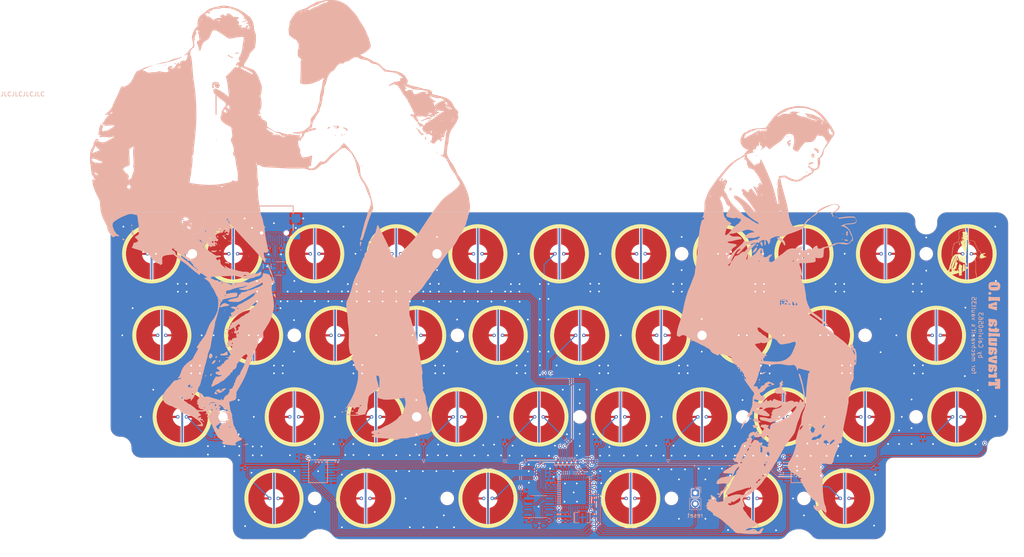
<source format=kicad_pcb>
(kicad_pcb (version 20221018) (generator pcbnew)
  (layers (0 "F.Cu" signal) (1 "In1.Cu" signal) (2 "In2.Cu" signal) (31 "B.Cu" signal) (34 "B.Paste" user) (35 "F.Paste" user) (36 "B.SilkS" user "B.Silkscreen") (37 "F.SilkS" user "F.Silkscreen") (38 "B.Mask" user) (39 "F.Mask" user) (44 "Edge.Cuts" user))
  (net 0 "")
  (net 1 "GND")
  (net 2 "D-")
  (net 3 "D+")
  (net 4 "VCC")
  (net 5 "+5V")
  (net 6 "Net-(U1-VCAP1)")
  (net 7 "NRST")
  (net 8 "APLEX_OUT_PIN_0")
  (net 9 "ROW0")
  (net 10 "ROW1")
  (net 11 "Net-(JP1-B)")
  (net 12 "VBAT")
  (net 13 "BOOT1")
  (net 14 "COL0")
  (net 15 "COL1")
  (net 16 "COL2")
  (net 17 "COL3")
  (net 18 "COL4")
  (net 19 "COL5")
  (net 20 "COL6")
  (net 21 "COL7")
  (net 22 "COL8")
  (net 23 "COL9")
  (net 24 "ROW2")
  (net 25 "ROW3")
  (net 26 "Net-(U1-PB12)")
  (net 27 "Net-(U1-PB15)")
  (net 28 "Net-(U1-PA10)")
  (net 29 "XTAL0")
  (net 30 "XTAL1")
  (net 31 "Net-(U1-PB14)")
  (net 32 "Net-(U1-PB13)")
  (net 33 "Net-(USB1-CC1)")
  (net 34 "Net-(USB1-CC2)")
  (net 39 "SWDIO")
  (net 40 "SWCLK")
  (net 41 "ADC")
  (net 43 "AMUX_SEL_2")
  (net 44 "AMUX_SEL_1")
  (net 45 "AMUX_SEL_0")
  (net 46 "BOOT0")
  (net 47 "APLEX_EN_PIN_1")
  (net 48 "APLEX_EN_PIN_0")
  (net 63 "COL10")
  (footprint "cipulot_parts:ecs_pad_1U_no_ring" (layer "F.Cu") (at 211.1375 76.2)
    (fp_text reference "SW20")
    (fp_text value "EC_SW" hide)
  )
  (footprint "cipulot_parts:HOLE_M2" (layer "F.Cu") (at 120.65 57.15)
    (fp_text reference "H2" hide)
    (fp_text value "MountingHole" hide)
  )
  (footprint "cipulot_parts:ecs_pad_1U_no_ring" (layer "F.Cu") (at 163.5125 95.25 180)
    (fp_text reference "SW27")
    (fp_text value "EC_SW" hide)
  )
  (footprint "cipulot_parts:HOLE_M2" (layer "F.Cu") (at 153.9875 95.25)
    (fp_text reference "H11" hide)
    (fp_text value "MountingHole" hide)
  )
  (footprint "cipulot_parts:ecs_pad_1U_no_ring" (layer "F.Cu") (at 115.8875 76.2)
    (fp_text reference "SW15")
    (fp_text value "EC_SW" hide)
  )
  (footprint "cipulot_parts:ecs_pad_1U_no_ring" (layer "F.Cu") (at 173.0375 76.2)
    (fp_text reference "SW18")
    (fp_text value "EC_SW" hide)
  )
  (footprint "cipulot_parts:ecs_pad_1U_no_ring" (layer "F.Cu") (at 53.975 57.15)
    (fp_text reference "SW1")
    (fp_text value "EC_SW" hide)
  )
  (footprint "cipulot_parts:ecs_pad_1U_no_ring" (layer "F.Cu") (at 206.375 57.15)
    (fp_text reference "SW9")
    (fp_text value "EC_SW" hide)
  )
  (footprint "cipulot_parts:ecs_pad_1U_no_ring" (layer "F.Cu") (at 182.5625 95.25 180)
    (fp_text reference "SW28")
    (fp_text value "EC_SW" hide)
  )
  (footprint "cipulot_parts:HOLE_M2" (layer "F.Cu") (at 63.5 57.15)
    (fp_text reference "H1" hide)
    (fp_text value "MountingHole" hide)
  )
  (footprint "cipulot_parts:ecs_pad_1U_no_ring" (layer "F.Cu") (at 111.125 57.15)
    (fp_text reference "SW4")
    (fp_text value "EC_SW" hide)
  )
  (footprint "cipulot_parts:ecs_pad_1U_no_ring" (layer "F.Cu") (at 153.9875 76.2)
    (fp_text reference "SW17")
    (fp_text value "EC_SW" hide)
  )
  (footprint "cipulot_parts:ecs_pad_1U_no_ring" (layer "F.Cu") (at 56.358 76.2)
    (fp_text reference "SW12")
    (fp_text value "EC_SW" hide)
  )
  (footprint "cipulot_parts:ecs_pad_1U_no_ring" (layer "F.Cu") (at 87.3125 95.25 180)
    (fp_text reference "SW23")
    (fp_text value "EC_SW" hide)
  )
  (footprint "cipulot_parts:ecs_pad_1U_no_ring" (layer "F.Cu") (at 132.555 114.3 180)
    (fp_text reference "SW34")
    (fp_text value "EC_SW" hide)
  )
  (footprint "cipulot_parts:ecs_pad_1U_no_ring" (layer "F.Cu") (at 61.12 95.25)
    (fp_text reference "SW22")
    (fp_text value "EC_SW" hide)
  )
  (footprint "cipulot_parts:ecs_pad_1U_no_ring" (layer "F.Cu") (at 134.9375 76.2)
    (fp_text reference "SW16")
    (fp_text value "EC_SW" hide)
  )
  (footprint "cipulot_parts:ecs_pad_1U_no_ring" (layer "F.Cu") (at 96.8375 76.2)
    (fp_text reference "SW14")
    (fp_text value "EC_SW" hide)
  )
  (footprint "cipulot_parts:HOLE_M2" (layer "F.Cu") (at 70.64375 95.25)
    (fp_text reference "H9" hide)
    (fp_text value "MountingHole" hide)
  )
  (footprint "cipulot_parts:ecs_pad_1U_no_ring" (layer "F.Cu") (at 168.275 57.15)
    (fp_text reference "SW7")
    (fp_text value "EC_SW" hide)
  )
  (footprint "cipulot_parts:HOLE_M2" (layer "F.Cu") (at 232.56875 95.25)
    (fp_text reference "H13" hide)
    (fp_text value "MountingHole" hide)
  )
  (footprint "cipulot_parts:ecs_pad_1U_no_ring" (layer "F.Cu") (at 106.3625 95.25 180)
    (fp_text reference "SW24")
    (fp_text value "EC_SW" hide)
  )
  (footprint "cipulot_parts:ecs_pad_1U_no_ring" (layer "F.Cu") (at 244.475 57.15)
    (fp_text reference "SW11")
    (fp_text value "EC_SW" hide)
  )
  (footprint "cipulot_parts:HOLE_M2" (layer "F.Cu") (at 87.3125 76.2)
    (fp_text reference "H5" hide)
    (fp_text value "MountingHole" hide)
  )
  (footprint "cipulot_parts:ecs_pad_1U_no_ring" (layer "F.Cu") (at 242.095 95.25 180)
    (fp_text reference "SW31")
    (fp_text value "EC_SW" hide)
  )
  (footprint "cipulot_parts:ecs_pad_1U_no_ring" (layer "F.Cu") (at 73.025 57.15)
    (fp_text reference "SW2")
    (fp_text value "EC_SW" hide)
  )
  (footprint "LOGO" (layer "F.Cu") (at 244.475 57.15)
    (fp_text reference "G***" hide)
    (fp_text value "LOGO" hide)
  )
  (footprint "cipulot_parts:ecs_pad_1U_no_ring" (layer "F.Cu") (at 130.175 57.15)
    (fp_text reference "SW5")
    (fp_text value "EC_SW" hide)
  )
  (footprint "cipulot_parts:ecs_pad_1U_no_ring" (layer "F.Cu") (at 187.325 57.15)
    (fp_text reference "SW8")
    (fp_text value "EC_SW" hide)
  )
  (footprint "cipulot_parts:HOLE_M2" (layer "F.Cu") (at 115.8875 95.25)
    (fp_text reference "H10" hide)
    (fp_text value "MountingHole" hide)
  )
  (footprint "cipulot_parts:ecs_pad_1U_no_ring" (layer "F.Cu") (at 77.7875 76.2)
    (fp_text reference "SW13")
    (fp_text value "EC_SW" hide)
  )
  (footprint "cipulot_parts:ecs_pad_1U_no_ring" (layer "F.Cu") (at 237.33 76.2 180)
    (fp_text reference "SW21")
    (fp_text value "EC_SW" hide)
  )
  (footprint "cipulot_parts:HOLE_M2" (layer "F.Cu") (at 220.6625 76.2)
    (fp_text reference "H8" hide)
    (fp_text value "MountingHole" hide)
  )
  (footprint "cipulot_parts:HOLE_M2" (layer "F.Cu") (at 123.03125 114.3)
    (fp_text reference "H15" hide)
    (fp_text value "MountingHole" hide)
  )
  (footprint "cipulot_parts:HOLE_M2" (layer "F.Cu") (at 177.8 57.15)
    (fp_text reference "H3" hide)
    (fp_text value "MountingHole" hide)
  )
  (footprint "cipulot_parts:ecs_pad_1U_no_ring" (layer "F.Cu") (at 194.47 114.3 180)
    (fp_text reference "SW36")
    (fp_text value "EC_SW" hide)
  )
  (footprint "cipulot_parts:ecs_pad_1U_no_ring" (layer "F.Cu") (at 165.892 114.3 180)
    (fp_text reference "SW35")
    (fp_text value "EC_SW" hide)
  )
  (footprint "cipulot_parts:HOLE_M2" (layer "F.Cu") (at 206.375 114.3)
    (fp_text reference "H17" hide)
    (fp_text value "MountingHole" hide)
  )
  (footprint "cipulot_parts:ecs_pad_1U_no_ring" (layer "F.Cu") (at 125.4125 95.25 180)
    (fp_text reference "SW25")
    (fp_text value "EC_SW" hide)
  )
  (footprint "cipulot_parts:ecs_pad_1U_no_ring" (layer "F.Cu") (at 103.98 114.3 180)
    (fp_text reference "SW33")
    (fp_text value "EC_SW" hide)
  )
  (footprint "cipulot_parts:HOLE_M2" (layer "F.Cu") (at 234.95 57.15)
    (fp_text reference "H4" hide)
    (fp_text value "MountingHole" hide)
  )
  (footprint "cipulot_parts:ecs_pad_1U_no_ring" (layer "F.Cu") (at 82.55 114.3 180)
    (fp_text reference "SW32")
    (fp_text value "EC_SW" hide)
  )
  (footprint "cipulot_parts:HOLE_M2" (layer "F.Cu") (at 125.4125 76.2)
    (fp_text reference "H6" hide)
    (fp_text value "MountingHole" hide)
  )
  (footprint "cipulot_parts:ecs_pad_1U_no_ring" (layer "F.Cu") (at 92.075 57.15)
    (fp_text reference "SW3")
    (fp_text value "EC_SW" hide)
  )
  (footprint "cipulot_parts:ecs_pad_1U_no_ring" (layer "F.Cu") (at 144.4625 95.25 180)
    (fp_text reference "SW26")
    (fp_text value "EC_SW" hide)
  )
  (footprint "cipulot_parts:HOLE_M2" (layer "F.Cu") (at 175.41875 114.3)
    (fp_text reference "H16" hide)
    (fp_text value "MountingHole" hide)
  )
  (footprint "cipulot_parts:HOLE_M2" (layer "F.Cu") (at 192.0875 95.25)
    (fp_text reference "H12" hide)
    (fp_text value "MountingHole" hide)
  )
  (footprint "cipulot_parts:ecs_pad_1U_no_ring" (layer "F.Cu") (at 149.225 57.15)
    (fp_text reference "SW6")
    (fp_text value "EC_SW" hide)
  )
  (footprint "cipulot_parts:ecs_pad_1U_no_ring" (layer "F.Cu") (at 220.6625 95.25 180)
    (fp_text reference "SW30")
    (fp_text value "EC_SW" hide)
  )
  (footprint "cipulot_parts:ecs_pad_1U_no_ring" (layer "F.Cu") (at 201.6125 95.25 180)
    (fp_text reference "SW29")
    (fp_text value "EC_SW" hide)
  )
  (footprint "cipulot_parts:ecs_pad_1U_no_ring" (layer "F.Cu") (at 215.9 114.3 180)
    (fp_text reference "SW37")
    (fp_text value "EC_SW" hide)
  )
  (footprint "cipulot_parts:ecs_pad_1U_no_ring" (layer "F.Cu") (at 225.425 57.15)
    (fp_text reference "SW10")
    (fp_text value "EC_SW" hide)
  )
  (footprint "cipulot_parts:HOLE_M2" (layer "F.Cu") (at 182.5625 76.2)
    (fp_text reference "H7" hide)
    (fp_text value "MountingHole" hide)
  )
  (footprint "cipulot_parts:HOLE_M2" (layer "F.Cu") (at 92.075 114.3)
    (fp_text reference "H14" hide)
    (fp_text value "MountingHole" hide)
  )
  (footprint "cipulot_parts:ecs_pad_1U_no_ring" (layer "F.Cu") (at 192.0875 76.2)
    (fp_text reference "SW19")
    (fp_text value "EC_SW" hide)
  )
  (footprint "Crystal:Resonator_SMD_Murata_CSTxExxV-3Pin_3.0x1.1mm" (layer "B.Cu") (at 154.616 118.745)
    (fp_text reference "Y1" hide)
    (fp_text value "8 MHz")
  )
  (footprint "Capacitor_SMD:C_0402_1005Metric" (layer "B.Cu") (at 147.504 108.331 180)
    (fp_text reference "C7" hide)
    (fp_text value "100n")
  )
  (footprint "Capacitor_SMD:C_0402_1005Metric" (layer "B.Cu") (at 203.089436 104.534305)
    (fp_text reference "C12" hide)
    (fp_text value "100n")
  )
  (footprint "Capacitor_SMD:C_0402_1005Metric" (layer "B.Cu") (at 149.031 118.02 -90)
    (fp_text reference "C15" hide)
    (fp_text value "100n")
  )
  (footprint "LOGO" (layer "B.Cu") (at 69.85 50.8 180)
    (fp_text reference "G***" hide)
    (fp_text value "LOGO" hide)
  )
  (footprint "Package_SO:SOIC-8_3.9x4.9mm_P1.27mm" (layer "B.Cu") (at 144.374097 116.215501)
    (fp_text reference "U5" hide)
    (fp_text value "OPA350")
  )
  (footprint "Resistor_SMD:R_0402_1005Metric" (layer "B.Cu") (at 146.742 110.617 -90)
    (fp_text reference "R7" hide)
    (fp_text value "10k")
  )
  (footprint "Resistor_SMD:R_0402_1005Metric" (layer "B.Cu") (at 98.425 101.6 90)
    (fp_text reference "R11" hide)
    (fp_text value "100k")
  )
  (footprint "Resistor_SMD:R_0402_1005Metric" (layer "B.Cu") (at 151.511 106.387 -90)
    (fp_text reference "R2" hide)
    (fp_text value "100")
  )
  (footprint "Capacitor_SMD:C_0402_1005Metric" (layer "B.Cu") (at 157.791 115.663994)
    (fp_text reference "C9" hide)
    (fp_text value "100n")
  )
  (footprint "Resistor_SMD:R_0402_1005Metric" (layer "B.Cu") (at 153.035 105.918)
    (fp_text reference "R4" hide)
    (fp_text value "100k")
  )
  (footprint "Package_DFN_QFN:QFN-48-1EP_7x7mm_P0.5mm_EP5.6x5.6mm" (layer "B.Cu") (at 152.654 112.903 90)
    (fp_text reference "U1" hide)
    (fp_text value "STM32F401CBUx")
  )
  (footprint "Resistor_SMD:R_0402_1005Metric" (layer "B.Cu") (at 157.95625 101.6 90)
    (fp_text reference "R12" hide)
    (fp_text value "100k")
  )
  (footprint "Resistor_SMD:R_0402_1005Metric" (layer "B.Cu") (at 69.088 100.0125 90)
    (fp_text reference "R15" hide)
    (fp_text value "100k")
  )
  (footprint "Capacitor_SMD:C_0402_1005Metric" (layer "B.Cu") (at 151.063 118.02 -90)
    (fp_text reference "C11" hide)
    (fp_text value "1u")
  )
  (footprint "Resistor_SMD:R_0402_1005Metric" (layer "B.Cu") (at 75.795148 107.15625 180)
    (fp_text reference "R13" hide)
    (fp_text value "100k")
  )
  (footprint "Capacitor_SMD:C_0402_1005Metric" (layer "B.Cu") (at 157.791 109.474)
    (fp_text reference "C8" hide)
    (fp_text value "100n")
  )
  (footprint "Resistor_SMD:R_0402_1005Metric" (layer "B.Cu") (at 174.625 101.6 90)
    (fp_text reference "R10" hide)
    (fp_text value "100k")
  )
  (footprint "cipulot_parts:TSSOP16" (layer "B.Cu") (at 205.58125 107.95 -90)
    (fp_text reference "U3")
    (fp_text value "74HC4051")
  )
  (footprint "Resistor_SMD:R_0402_1005Metric" (layer "B.Cu") (at 148.463 106.387 90)
    (fp_text reference "R1" hide)
    (fp_text value "100")
  )
  (footprint "Resistor_SMD:R_0402_1005Metric" (layer "B.Cu") (at 234.15625 99.887387 -90)
    (fp_text reference "R16" hide)
    (fp_text value "100k")
  )
  (footprint "LOGO" (layer "B.Cu") (at 250.825 76.2 90)
    (fp_text reference "G***" hide)
    (fp_text value "LOGO" hide)
  )
  (footprint "Capacitor_SMD:C_0402_1005Metric" (layer "B.Cu") (at 140.6525 112.7125 180)
    (fp_text reference "C14" hide)
    (fp_text value "220p")
  )
  (footprint "Resistor_SMD:R_0402_1005Metric" (layer "B.Cu") (at 149.479 106.387 90)
    (fp_text reference "R9" hide)
    (fp_text value "100")
  )
  (footprint "Capacitor_SMD:C_0402_1005Metric" (layer "B.Cu") (at 88.9 104.48582 180)
    (fp_text reference "C13" hide)
    (fp_text value "100n")
  )
  (footprint "Resistor_SMD:R_0402_1005Metric" (layer "B.Cu") (at 146.842687 119.390501)
    (fp_text reference "R21" hide)
    (fp_text value "100k")
  )
  (footprint "Capacitor_SMD:C_0402_1005Metric" (layer "B.Cu") (at 82.423 69.85)
    (fp_text reference "C5" hide)
    (fp_text value "1u")
  )
  (footprint "Resistor_SMD:R_0402_1005Metric" (layer "B.Cu") (at 193.675 101.6 90)
    (fp_text reference "R20" hide)
    (fp_text value "100k")
  )
  (footprint "Resistor_SMD:R_0402_1005Metric" (layer "B.Cu") (at 142.082312 119.390501 180)
    (fp_text reference "R23" hide)
    (fp_text value "1k")
  )
  (footprint "Resistor_SMD:R_0402_1005Metric" (layer "B.Cu") (at 208.548088 112.068447 -90)
    (fp_text reference "R14" hide)
    (fp_text value "100k")
  )
  (footprint "Resistor_SMD:R_0402_1005Metric" (layer "B.Cu") (at 150.679 119.507)
    (fp_text reference "R6" hide)
    (fp_text value "10k")
  )
  (footprint "Fuse:Fuse_1206_3216Metric" (layer "B.Cu") (at 80.9625 60.071 -90)
    (fp_text reference "F_USBC1" hide)
    (fp_text value "500mA")
  )
  (footprint "Package_TO_SOT_SMD:SOT-143" (layer "B.Cu") (at 83.693 60.579 180)
    (fp_text reference "D1" hide)
    (fp_text value "PRTR5V0U2X")
  )
  (footprint "Resistor_SMD:R_0402_1005Metric" (layer "B.Cu") (at 81.28 55.84625 90)
    (fp_text reference "R18" hide)
    (fp_text value "5.1k")
  )
  (footprint "Resistor_SMD:R_0402_1005Metric" (layer "B.Cu") (at 157.41 114.173 -90)
    (fp_text reference "R3" hide)
    (fp_text value "10k")
  )
  (footprint "Resistor_SMD:R_0402_1005Metric" (layer "B.Cu") (at 150.495 106.387 -90)
    (fp_text reference "R8" hide)
    (fp_text value "100")
  )
  (footprint "Resistor_SMD:R_0402_1005Metric" (layer "B.Cu") (at 222.656885 107.164145)
    (fp_text reference "R5" hide)
    (fp_text value "100k")
  )
  (footprint "Capacitor_SMD:C_0402_1005Metric" (layer "B.Cu") (at 147.885 110.617 90)
    (fp_text reference "C1" hide)
    (fp_text value "4.7u")
  )
  (footprint "Capacitor_SMD:C_0402_1005Metric" (layer "B.Cu") (at 81.407 62.865)
    (fp_text reference "C4" hide)
    (fp_text value "1u")
  )
  (footprint "cipulot_parts:TSSOP16" (layer "B.Cu") (at 92.86875 107.95 -90)
    (fp_text reference "U4")
    (fp_text value "74HC4051")
  )
  (footprint "Connector_PinHeader_2.54mm:PinHeader_1x02_P2.54mm_Vertical" (layer "B.Cu") (at 180.975 113.025 180)
    (fp_text reference "SW38" hide)
    (fp_text value "BOOT0")
  )
  (footprint "Capacitor_SMD:C_0402_1005Metric" (layer "B.Cu") (at 157.41 117.983 -90)
    (fp_text reference "C6" hide)
    (fp_text value "100n")
  )
  (footprint "Package_TO_SOT_SMD:SOT-23" (layer "B.Cu") (at 81.026 67.564 180)
    (fp_text reference "U2" hide)
    (fp_text value "XC6206PxxxMR")
  )
  (footprint "LOGO" (layer "B.Cu") (at 197.679332 72.773321 180)
    (fp_text reference "G***" hide)
    (fp_text value "LOGO" hide)
  )
  (footprint "Resistor_SMD:R_0603_1608Metric_Pad0.98x0.95mm_HandSolder" (layer "B.Cu") (at 144.54984 120.65 180)
    (fp_text reference "JP1" hide)
    (fp_text value "Ext_Res")
  )
  (footprint "cipulot_parts:TYPEC-304YSSW-ACP16" (layer "B.Cu") (at 82.55 45.98125)
    (fp_text reference "USB1" hide)
    (fp_text value "TYPEC-304YSSW-ACP16")
  )
  (footprint "Resistor_SMD:R_0402_1005Metric" (layer "B.Cu") (at 136.525 101.6 90)
    (fp_text reference "R19" hide)
    (fp_text value "100k")
  )
  (footprint "LOGO" (layer "B.Cu") (at 98.425 49.2125 180)
    (fp_text reference "G***" hide)
    (fp_text value "LOGO" hide)
  )
  (footprint "Resistor_SMD:R_0402_1005Metric" (layer "B.Cu") (at 84.201 55.84625 -90)
    (fp_text reference "R24" hide)
    (fp_text value "5.1k")
  )
  (footprint "Capacitor_SMD:C_0402_1005Metric" (layer "B.Cu") (at 150.047 118.02 -90)
    (fp_text reference "C10" hide)
    (fp_text value "100n")
  )
  (footprint "Resistor_SMD:R_0402_1005Metric" (layer "B.Cu") (at 117.475 101.6 90)
    (fp_text reference "R17" hide)
    (fp_text value "100k")
  )
  (gr_arc locked (start 237.500001 49.675) (mid 238.144372 48.119371) (end 239.7 47.475001) (stroke (width 0.05)) (layer "Edge.Cuts"))
  (gr_line locked (start 85.470568 47.474999) (end 79.640568 47.474999) (stroke (width 0.05)) (layer "Edge.Cuts"))
  (gr_arc locked (start 90.257292 122.969097) (mid 93.265625 121.49072) (end 96.273958 122.969097) (stroke (width 0.05)) (layer "Edge.Cuts"))
  (gr_line locked (start 72.95 106.575) (end 72.95 121.224999) (stroke (width 0.05)) (layer "Edge.Cuts"))
  (gr_line locked (start 98.015625 123.825) (end 200.434375 123.825) (stroke (width 0.05)) (layer "Edge.Cuts"))
  (gr_line locked (start 251.474999 47.474999) (end 239.7 47.475001) (stroke (width 0.05)) (layer "Edge.Cuts"))
  (gr_line locked (start 46.575 99.884) (end 46.716 99.884) (stroke (width 0.05)) (layer "Edge.Cuts"))
  (gr_arc locked (start 66.05 49.675) (mid 66.694371 48.119372) (end 68.249999 47.474999) (stroke (width 0.05)) (layer "Edge.Cuts"))
  (gr_line locked (start 209.934375 123.825) (end 222.9 123.825) (stroke (width 0.05)) (layer "Edge.Cuts"))
  (gr_arc locked (start 202.176041 122.969097) (mid 205.184375 121.490719) (end 208.192708 122.969097) (stroke (width 0.05)) (layer "Edge.Cuts"))
  (gr_arc locked (start 230.200001 47.474999) (mid 231.755646 48.119357) (end 232.4 49.675) (stroke (width 0.05)) (layer "Edge.Cuts"))
  (gr_arc locked (start 66.05 50.075) (mid 63.499999 52.624976) (end 60.949999 50.074999) (stroke (width 0.05)) (layer "Edge.Cuts"))
  (gr_line locked (start 225.5 121.224999) (end 225.5 106.575) (stroke (width 0.05)) (layer "Edge.Cuts"))
  (gr_line locked (start 249.184374 102.574999) (end 249.184374 102.433999) (stroke (width 0.05)) (layer "Edge.Cuts"))
  (gr_line locked (start 58.75 47.475001) (end 46.975 47.474999) (stroke (width 0.05)) (layer "Edge.Cuts"))
  (gr_arc locked (start 249.184374 102.574999) (mid 248.54 104.130605) (end 246.984375 104.774998) (stroke (width 0.05)) (layer "Edge.Cuts"))
  (gr_arc locked (start 71.150001 104.774999) (mid 72.422802 105.302199) (end 72.95 106.575) (stroke (width 0.05)) (layer "Edge.Cuts"))
  (gr_line locked (start 232.4 50.075) (end 232.4 49.675) (stroke (width 0.05)) (layer "Edge.Cuts"))
  (gr_arc locked (start 202.176041 122.969097) (mid 201.404683 123.599469) (end 200.434375 123.825) (stroke (width 0.05)) (layer "Edge.Cuts"))
  (gr_line locked (start 254.075 97.684) (end 254.075 50.075) (stroke (width 0.05)) (layer "Edge.Cuts"))
  (gr_line locked (start 60.949999 50.074999) (end 60.949999 49.675) (stroke (width 0.05)) (layer "Edge.Cuts"))
  (gr_line locked (start 227.299999 104.774999) (end 246.984375 104.774998) (stroke (width 0.05)) (layer "Edge.Cuts"))
  (gr_line locked (start 230.200001 47.474999) (end 85.470568 47.474999) (stroke (width 0.05)) (layer "Edge.Cuts"))
  (gr_arc locked (start 225.5 106.575) (mid 226.027214 105.302214) (end 227.299999 104.774999) (stroke (width 0.05)) (layer "Edge.Cuts"))
  (gr_arc locked (start 225.5 121.224999) (mid 224.738484 123.063483) (end 222.9 123.825) (stroke (width 0.05)) (layer "Edge.Cuts"))
  (gr_arc locked (start 90.257292 122.969097) (mid 89.485929 123.599459) (end 88.515625 123.825) (stroke (width 0.05)) (layer "Edge.Cuts"))
  (gr_arc locked (start 46.716 99.884) (mid 48.519131 100.630869) (end 49.266 102.433999) (stroke (width 0.05)) (layer "Edge.Cuts"))
  (gr_line locked (start 79.640568 47.474999) (end 68.249999 47.474999) (stroke (width 0.05)) (layer "Edge.Cuts"))
  (gr_arc locked (start 251.474999 47.474999) (mid 253.313488 48.236514) (end 254.075 50.075) (stroke (width 0.05)) (layer "Edge.Cuts"))
  (gr_line locked (start 75.55 123.825) (end 88.515625 123.825) (stroke (width 0.05)) (layer "Edge.Cuts"))
  (gr_arc locked (start 44.375 50.075) (mid 45.136508 48.236507) (end 46.975 47.474999) (stroke (width 0.05)) (layer "Edge.Cuts"))
  (gr_arc locked (start 237.500001 50.074999) (mid 234.950005 52.624958) (end 232.4 50.075) (stroke (width 0.05)) (layer "Edge.Cuts"))
  (gr_line locked (start 44.375 50.075) (end 44.375 97.684) (stroke (width 0.05)) (layer "Edge.Cuts"))
  (gr_arc locked (start 209.934375 123.825) (mid 208.964047 123.599508) (end 208.192708 122.969097) (stroke (width 0.05)) (layer "Edge.Cuts"))
  (gr_arc locked (start 75.55 123.825) (mid 73.711531 123.063469) (end 72.95 121.224999) (stroke (width 0.05)) (layer "Edge.Cuts"))
  (gr_arc locked (start 254.075 97.684) (mid 253.430641 99.23964) (end 251.875 99.884) (stroke (width 0.05)) (layer "Edge.Cuts"))
  (gr_arc locked (start 98.015625 123.825) (mid 97.045319 123.599465) (end 96.273958 122.969097) (stroke (width 0.05)) (layer "Edge.Cuts"))
  (gr_line locked (start 251.734375 99.884) (end 251.875 99.884) (stroke (width 0.05)) (layer "Edge.Cuts"))
  (gr_arc locked (start 51.466 104.774999) (mid 49.910375 104.130625) (end 49.266 102.575) (stroke (width 0.05)) (layer "Edge.Cuts"))
  (gr_line locked (start 66.05 49.675) (end 66.05 50.075) (stroke (width 0.05)) (layer "Edge.Cuts"))
  (gr_arc locked (start 58.75 47.475001) (mid 60.305643 48.119357) (end 60.949999 49.675) (stroke (width 0.05)) (layer "Edge.Cuts"))
  (gr_line locked (start 237.500001 49.675) (end 237.500001 50.074999) (stroke (width 0.05)) (layer "Edge.Cuts"))
  (gr_line locked (start 49.266 102.433999) (end 49.266 102.575) (stroke (width 0.05)) (layer "Edge.Cuts"))
  (gr_arc locked (start 46.575 99.884) (mid 45.019374 99.239626) (end 44.375 97.684) (stroke (width 0.05)) (layer "Edge.Cuts"))
  (gr_line locked (start 51.466 104.774999) (end 71.150001 104.774999) (stroke (width 0.05)) (layer "Edge.Cuts"))
  (gr_arc locked (start 249.184374 102.433999) (mid 249.931233 100.630857) (end 251.734375 99.884) (stroke (width 0.05)) (layer "Edge.Cuts"))
  (gr_text "JLCJLCJLCJLC" (at 23.8125 19.84375) (layer "B.SilkS") (effects (font (size 1 1))))
  (gr_text "by Calvin0563\nfor mechvault's vault35\n" (at 246.85625 76.2 270) (layer "B.SilkS") (effects (font (size 1 1)) (justify mirror)))
  (gr_text "reset" (at 180.975 118.26875) (layer "B.SilkS") (effects (font (size 1 1)) (justify mirror)))
  (segment (start 84.188822 57.277) (end 84.198075 57.286253) (width 0.25) (layer "F.Cu") (net 1))
  (segment (start 81.28 57.277) (end 84.188822 57.277) (width 0.25) (layer "F.Cu") (net 1))
  (via (at 74.295 91.313) (size 0.8) (drill 0.4) (layers "F.Cu" "B.Cu") (net 1))
  (via (at 114.3 68.278054) (size 0.8) (drill 0.4) (layers "F.Cu" "B.Cu") (net 1))
  (via (at 135.597207 104.261223) (size 0.8) (drill 0.4) (layers "F.Cu" "B.Cu") (net 1))
  (via (at 74.45745 102.146851) (size 0.8) (drill 0.4) (layers "F.Cu" "B.Cu") (net 1))
  (via (at 151.003 99.314) (size 0.8) (drill 0.4) (layers "F.Cu" "B.Cu") (net 1))
  (via (at 111.125 107.95) (size 0.8) (drill 0.4) (layers "F.Cu" "B.Cu") (net 1))
  (via (at 96.46371 101.616045) (size 0.8) (drill 0.4) (layers "F.Cu" "B.Cu") (net 1))
  (via (at 153.9875 92.075) (size 0.8) (drill 0.4) (layers "F.Cu" "B.Cu") (net 1))
  (via (at 177.165 109.855) (size 0.8) (drill 0.4) (layers "F.Cu" "B.Cu") (net 1))
  (via (at 81.28 57.277) (size 0.8) (drill 0.4) (layers "F.Cu" "B.Cu") (net 1))
  (via (at 79.634279 102.166606) (size 0.8) (drill 0.4) (layers "F.Cu" "B.Cu") (net 1))
  (via (at 153.988003 102.068356) (size 0.8) (drill 0.4) (layers "F.Cu" "B.Cu") (net 1))
  (via (at 82.55 49.999) (size 0.8) (drill 0.4) (layers "F.Cu" "B.Cu") (net 1))
  (via (at 177.176938 83.255788) (size 0.8) (drill 0.4) (layers "F.Cu" "B.Cu") (net 1))
  (via (at 183.35625 119.0625) (size 0.8) (drill 0.4) (layers "F.Cu" "B.Cu") (net 1))
  (via (at 87.249 80.01) (size 0.8) (drill 0.4) (layers "F.Cu" "B.Cu") (net 1))
  (via (at 117.475 68.2625) (size 0.8) (drill 0.4) (layers "F.Cu" "B.Cu") (net 1))
  (via (at 47.117 76.2) (size 0.8) (drill 0.4) (layers "F.Cu" "B.Cu") (net 1))
  (via (at 131.445 101.854) (size 0.8) (drill 0.4) (layers "F.Cu" "B.Cu") (net 1))
  (via (at 207.9625 104.366597) (size 0.8) (drill 0.4) (layers "F.Cu" "B.Cu") (net 1))
  (via (at 103.1875 83.125992) (size 0.8) (drill 0.4) (layers "F.Cu" "B.Cu") (net 1))
  (via (at 226.028066 101.6) (size 0.8) (drill 0.4) (layers "F.Cu" "B.Cu") (net 1))
  (via (at 119.027099 64.169317) (size 0.8) (drill 0.4) (layers "F.Cu" "B.Cu") (net 1))
  (via (at 77.43 51.094) (size 0.8) (drill 0.4) (layers "F.Cu" "B.Cu") (net 1))
  (via (at 178.59375 104.324688) (size 0.8) (drill 0.4) (layers "F.Cu" "B.Cu") (net 1))
  (via (at 175.451935 104.317849) (size 0.8) (drill 0.4) (layers "F.Cu" "B.Cu") (net 1))
  (via (at 231.534211 101.576668) (size 0.8) (drill 0.4) (layers "F.Cu" "B.Cu") (net 1))
  (via (at 84.198075 57.286253) (size 0.8) (drill 0.4) (layers "F.Cu" "B.Cu") (net 1))
  (via (at 107.95 68.278054) (size 0.8) (drill 0.4) (layers "F.Cu" "B.Cu") (net 1))
  (via (at 137.577839 104.298443) (size 0.8) (drill 0.4) (layers "F.Cu" "B.Cu") (net 1))
  (via (at 182.499 80.01) (size 0.8) (drill 0.4) (layers "F.Cu" "B.Cu") (net 1))
  (via (at 92.075 117.475) (size 0.8) (drill 0.4) (layers "F.Cu" "B.Cu") (net 1))
  (via (at 117.445381 65.971118) (size 0.8) (drill 0.4) (layers "F.Cu" "B.Cu") (net 1))
  (via (at 117.475491 121.047612) (size 0.8) (drill 0.4) (layers "F.Cu" "B.Cu") (net 1))
  (via (at 65.244068 83.266471) (size 0.8) (drill 0.4) (layers "F.Cu" "B.Cu") (net 1))
  (via (at 113.284 114.3) (size 0.8) (drill 0.4) (layers "F.Cu" "B.Cu") (net 1))
  (via (at 171.831 101.981) (size 0.8) (drill 0.4) (layers "F.Cu" "B.Cu") (net 1))
  (via (at 120.215418 83.268437) (size 0.8) (drill 0.4) (layers "F.Cu" "B.Cu") (net 1))
  (via (at 156.464799 64.146969) (size 0.8) (drill 0.4) (layers "F.Cu" "B.Cu") (net 1))
  (via (at 144.653 76.2) (size 0.8) (drill 0.4) (layers "F.Cu" "B.Cu") (net 1))
  (via (at 233.867827 64.186346) (size 0.8) (drill 0.4) (layers "F.Cu" "B.Cu") (net 1))
  (via (at 158.602637 85.060062) (size 0.8) (drill 0.4) (layers "F.Cu" "B.Cu") (net 1))
  (via (at 144.68858 83.212362) (size 0.8) (drill 0.4) (layers "F.Cu" "B.Cu") (net 1))
  (via (at 88.926415 65.964205) (size 0.8) (drill 0.4) (layers "F.Cu" "B.Cu") (net 1))
  (via (at 142.113 110.617) (size 0.8) (drill 0.4) (layers "F.Cu" "B.Cu") (net 1))
  (via (at 213.75872 65.997413) (size 0.8) (drill 0.4) (layers "F.Cu" "B.Cu") (net 1))
  (via (at 194.539821 104.317849) (size 0.8) (drill 0.4) (layers "F.Cu" "B.Cu") (net 1))
  (via (at 175.816362 65.997905) (size 0.8) (drill 0.4) (layers "F.Cu" "B.Cu") (net 1))
  (via (at 214.425221 102.091428) (size 0.8) (drill 0.4) (layers "F.Cu" "B.Cu") (net 1))
  (via (at 101.1555 83.125992) (size 0.8) (drill 0.4) (layers "F.Cu" "B.Cu") (net 1))
  (via (at 75.819 120.777) (size 0.8) (drill 0.4) (layers "F.Cu" "B.Cu") (net 1))
  (via (at 215.272292 83.233441) (size 0.8) (drill 0.4) (layers "F.Cu" "B.Cu") (net 1))
  (via (at 173.101 95.25) (size 0.8) (drill 0.4) (layers "F.Cu" "B.Cu") (net 1))
  (via (at 141.859 80.01) (size 0.8) (drill 0.4) (layers "F.Cu" "B.Cu") (net 1))
  (via (at 121.059099 64.169317) (size 0.8) (drill 0.4) (layers "F.Cu" "B.Cu") (net 1))
  (via (at 152.584 112.903) (size 0.8) (drill 0.4) (layers "F.Cu" "B.Cu") (net 1))
  (via (at 144.374097 116.215501) (size 0.8) (drill 0.4) (layers "F.Cu" "B.Cu") (net 1))
  (via (at 158.75307 104.320989) (size 0.8) (drill 0.4) (layers "F.Cu" "B.Cu") (net 1))
  (via (at 137.901311 64.231533) (size 0.8) (drill 0.4) (layers "F.Cu" "B.Cu") (net 1))
  (via (at 47.371 50.8) (size 0.8) (drill 0.4) (layers "F.Cu" "B.Cu") (net 1))
  (via (at 121.095883 65.974574) (size 0.8) (drill 0.4) (layers "F.Cu" "B.Cu") (net 1))
  (via (at 192.539949 102.088341) (size 0.8) (drill 0.4) (layers "F.Cu" "B.Cu") (net 1))
  (via (at 82.558981 83.268437) (size 0.8) (drill 0.4) (layers "F.Cu" "B.Cu") (net 1))
  (via (at 234.95 61.087) (size 0.8) (drill 0.4) (layers "F.Cu" "B.Cu") (net 1))
  (via (at 60.075298 64.17623) (size 0.8) (drill 0.4) (layers "F.Cu" "B.Cu") (net 1))
  (via (at 160.918079 102.299291) (size 0.8) (drill 0.4) (layers "F.Cu" "B.Cu") (net 1))
  (via (at 177.839421 64.193631) (size 0.8) (drill 0.4) (layers "F.Cu" "B.Cu") (net 1))
  (via (at 139.7 57.15) (size 0.8) (drill 0.4) (layers "F.Cu" "B.Cu") (net 1))
  (via (at 99.867728 65.952852) (size 0.8) (drill 0.4) (layers "F.Cu" "B.Cu") (net 1))
  (via (at 88.9 68.2625) (size 0.8) (drill 0.4) (layers "F.Cu" "B.Cu") (net 1))
  (via (at 215.781779 64.193139) (size 0.8) (drill 0.4) (layers "F.Cu" "B.Cu") (net 1))
  (via (at 154.003054 85.382318) (size 0.8) (drill 0.4) (layers "F.Cu" "B.Cu") (net 1))
  (via (at 190.232918 104.29345) (size 0.8) (drill 0.4) (layers "F.Cu" "B.Cu") (net 1))
  (via (at 122.2375 118.26875) (size 0.8) (drill 0.4) (layers "F.Cu" "B.Cu") (net 1))
  (via (at 120.650491 121.047612) (size 0.8) (drill 0.4) (layers "F.Cu" "B.Cu") (net 1))
  (via (at 158.75 57.15) (size 0.8) (drill 0.4) (layers "F.Cu" "B.Cu") (net 1))
  (via (at 139.262558 85.04938) (size 0.8) (drill 0.4) (layers "F.Cu" "B.Cu") (net 1))
  (via (at 99.815881 64.231533) (size 0.8) (drill 0.4) (layers "F.Cu" "B.Cu") (net 1))
  (via (at 111.125 65.960003) (size 0.8) (drill 0.4) (layers "F.Cu" "B.Cu") (net 1))
  (via (at 141.294558 85.04938) (size 0.8) (drill 0.4) (layers "F.Cu" "B.Cu") (net 1))
  (via (at 142.08125 106.3625) (size 0.8) (drill 0.4) (layers "F.Cu" "B.Cu") (net 1))
  (via (at 142.08125 107.95) (size 0.8) (drill 0.4) (layers "F.Cu" "B.Cu") (net 1))
  (via (at 197.035308 64.193631) (size 0.8) (drill 0.4) (layers "F.Cu" "B.Cu") (net 1))
  (via (at 122.986934 104.249644) (size 0.8) (drill 0.4) (layers "F.Cu" "B.Cu") (net 1))
  (via (at 63.212068 83.266471) (size 0.8) (drill 0.4) (layers "F.Cu" "B.Cu") (net 1))
  (via (at 215.9 57.15) (size 0.8) (drill 0.4) (layers "F.Cu" "B.Cu") (net 1))
  (via (at 187.325 102.108) (size 0.8) (drill 0.4) (layers "F.Cu" "B.Cu") (net 1))
  (via (at 197.044249 65.997905) (size 0.8) (drill 0.4) (layers "F.Cu" "B.Cu") (net 1))
  (via (at 117.331079 107.95) (size 0.8) (drill 0.4) (layers "F.Cu" "B.Cu") (net 1))
  (via (at 114.272348 65.964205) (size 0.8) (drill 0.4) (layers "F.Cu" "B.Cu") (net 1))
  (via (at 196.85 57.15) (size 0.8) (drill 0.4) (layers "F.Cu" "B.Cu") (net 1))
  (via (at 106.426 76.2) (size 0.8) (drill 0.4) (layers "F.Cu" "B.Cu") (net 1))
  (via (at 98.422526 65.950379) (size 0.8) (drill 0.4) (layers "F.Cu" "B.Cu") (net 1))
  (via (at 123.825 65.951243) (size 0.8) (drill 0.4) (layers "F.Cu" "B.Cu") (net 1))
  (via (at 92.86875 107.95) (size 0.8) (drill 0.4) (layers "F.Cu" "B.Cu") (net 1))
  (via (at 86.28888 104.214561) (size 0.8) (drill 0.4) (layers "F.Cu" "B.Cu") (net 1))
  (via (at 65.253009 85.070745) (size 0.8) (drill 0.4) (layers "F.Cu" "B.Cu") (net 1))
  (via (at 231.512224 97.872127) (size 0.8) (drill 0.4) (layers "F.Cu" "B.Cu") (net 1))
  (via (at 120.506079 107.95) (size 0.8) (drill 0.4) (layers "F.Cu" "B.Cu") (net 1))
  (via (at 144.716101 85.427602) (size 0.8) (drill 0.4) (layers "F.Cu" "B.Cu") (net 1))
  (via (at 143.66875 104.344178) (size 0.8) (drill 0.4) (layers "F.Cu" "B.Cu") (net 1))
  (via (at 92.075 104.154757) (size 0.8) (drill 0.4) (layers "F.Cu" "B.Cu") (net 1))
  (via (at 206.505152 107.452269) (size 0.8) (drill 0.4) (layers "F.Cu" "B.Cu") (net 1))
  (via (at 159.004 110.744) (size 0.8) (drill 0.4) (layers "F.Cu" "B.Cu") (net 1))
  (via (at 209.55 101.508785) (size 0.8) (drill 0.4) (layers "F.Cu" "B.Cu") (net 1))
  (via (at 138.303 101.981) (size 0.8) (drill 0.4) (layers "F.Cu" "B.Cu") (net 1))
  (via (at 120.904 101.727) (size 0.8) (drill 0.4) (layers "F.Cu" "B.Cu") (net 1))
  (via (at 78.607665 65.964205) (size 0.8) (drill 0.4) (layers "F.Cu" "B.Cu") (net 1))
  (via (at 144.653 72.517) (size 0.8) (drill 0.4) (layers "F.Cu" "B.Cu") (net 1))
  (via (at 125.349 80.01) (size 0.8) (drill 0.4) (layers "F.Cu" "B.Cu") (net 1))
  (via (at 77.600359 104.245177) (size 0.8) (drill 0.4) (layers "F.Cu" "B.Cu") (net 1))
  (via (at 233.876768 65.99062) (size 0.8) (drill 0.4) (layers "F.Cu" "B.Cu") (net 1))
  (via (at 177.8 53.213) (size 0.8) (drill 0.4) (layers "F.Cu" "B.Cu") (net 1))
  (via (at 82.189797 64.153271) (size 0.8) (drill 0.4) (layers "F.Cu" "B.Cu") (net 1))
  (via (at 188.111837 104.311833) (size 0.8) (drill 0.4) (layers "F.Cu" "B.Cu") (net 1))
  (via (at 251.079 50.8) (size 0.8) (drill 0.4) (layers "F.Cu" "B.Cu") (net 1))
  (via (at 85.751415 65.964205) (size 0.8) (drill 0.4) (layers "F.Cu" "B.Cu") (net 1))
  (via (at 199.852839 121.754293) (size 0.8) (drill 0.4) (layers "F.Cu" "B.Cu") (net 1))
  (via (at 127 68.309162) (size 0.8) (drill 0.4) (layers "F.Cu" "B.Cu") (net 1))
  (via (at 92.075 68.2625) (size 0.8) (drill 0.4) (layers "F.Cu" "B.Cu") (net 1))
  (via (at 234.14664 85.107708) (size 0.8) (drill 0.4) (layers "F.Cu" "B.Cu") (net 1))
  (via (at 101.092 101.6) (size 0.8) (drill 0.4) (layers "F.Cu" "B.Cu") (net 1))
  (via (at 173.573173 104.29345) (size 0.8) (drill 0.4) (layers "F.Cu" "B.Cu") (net 1))
  (via (at 134.874 95.25) (size 0.8) (drill 0.4) (layers "F.Cu" "B.Cu") (net 1))
  (via (at 67.120529 102.090937) (size 0.8) (drill 0.4) (layers "F.Cu" "B.Cu") (net 1))
  (via (at 111.125 104.214561) (size 0.8) (drill 0.4) (layers "F.Cu" "B.Cu") (net 1))
  (via (at 196.338366 83.219809) (size 0.8) (drill 0.4) (layers "F.Cu" "B.Cu") (net 1))
  (via (at 77.300138 108.312928) (size 0.8) (drill 0.4) (layers "F.Cu" "B.Cu") (net 1))
  (via (at 133.985 101.727) (size 0.8) (drill 0.4) (layers "F.Cu" "B.Cu") (net 1))
  (via (at 92.075 65.964205) (size 0.8) (drill 0.4) (layers "F.Cu" "B.Cu") (net 1))
  (via (at 51.435 95.25) (size 0.8) (drill 0.4) (layers "F.Cu" "B.Cu") (net 1))
  (via (at 96.774 95.25) (size 0.8) (drill 0.4) (layers "F.Cu" "B.Cu") (net 1))
  (via (at 251.206 63.5) (size 0.8) (drill 0.4) (layers "F.Cu" "B.Cu") (net 1))
  (via (at 140.49375 104.333809) (size 0.8) (drill 0.4) (layers "F.Cu" "B.Cu") (net 1))
  (via (at 80.9625 60.071) (size 0.8) (drill 0.4) (layers "F.Cu" "B.Cu") (net 1))
  (via (at 222.758 120.65) (size 0.8) (drill 0.4) (layers "F.Cu" "B.Cu") (net 1))
  (via (at 231.844768 65.99062) (size 0.8) (drill 0.4) (layers "F.Cu" "B.Cu") (net 1))
  (via (at 124.474829 107.95) (size 0.8) (drill 0.4) (layers "F.Cu" "B.Cu") (net 1))
  (via (at 244.094 69.723) (size 0.8) (drill 0.4) (layers "F.Cu" "B.Cu") (net 1))
  (via (at 158.496799 64.146969) (size 0.8) (drill 0.4) (layers "F.Cu" "B.Cu") (net 1))
  (via (at 184.221378 107.34339) (size 0.8) (drill 0.4) (layers "F.Cu" "B.Cu") (net 1))
  (via (at 172.415783 107.530039) (size 0.8) (drill 0.4) (layers "F.Cu" "B.Cu") (net 1))
  (via (at 130.175 68.309162) (size 0.8) (drill 0.4) (layers "F.Cu" "B.Cu") (net 1))
  (via (at 160.911418 104.28102) (size 0.8) (drill 0.4) (layers "F.Cu" "B.Cu") (net 1))
  (via (at 217.417014 104.354056) (size 0.8) (drill 0.4) (layers "F.Cu" "B.Cu") (net 1))
  (via (at 164.30625 104.289692) (size 0.8) (drill 0.4) (layers "F.Cu" "B.Cu") (net 1))
  (via (at 187.216121 107.327344) (size 0.8) (drill 0.4) (layers "F.Cu" "B.Cu") (net 1))
  (via (at 179.217879 85.060062) (size 0.8) (drill 0.4) (layers "F.Cu" "B.Cu") (net 1))
  (via (at 98.425 68.2625) (size 0.8) (drill 0.4) (layers "F.Cu" "B.Cu") (net 1))
  (via (at 95.25 68.2625) (size 0.8) (drill 0.4) (layers "F.Cu" "B.Cu") (net 1))
  (via (at 49.53 69.85) (size 0.8) (drill 0.4) (layers "F.Cu" "B.Cu") (net 1))
  (via (at 60.116776 66.008155) (size 0.8) (drill 0.4) (layers "F.Cu" "B.Cu") (net 1))
  (via (at 98.425491 121.047612) (size 0.8) (drill 0.4) (layers "F.Cu" "B.Cu") (net 1))
  (via (at 101.847881 64.231533) (size 0.8) (drill 0.4) (layers "F.Cu" "B.Cu") (net 1))
  (via (at 104.728337 104.167899) (size 0.8) (drill 0.4) (layers "F.Cu" "B.Cu") (net 1))
  (via (at 87.249 72.644) (size 0.8) (drill 0.4) (layers "F.Cu" "B.Cu") (net 1))
  (via (at 127 65.951243) (size 0.8) (drill 0.4) (layers "F.Cu" "B.Cu") (net 1))
  (via (at 75.692 48.895) (size 0.8) (drill 0.4) (layers "F.Cu" "B.Cu") (net 1))
  (via (at 177.848362 65.997905) (size 0.8) (drill 0.4) (layers "F.Cu" "B.Cu") (net 1))
  (via (at 116.496665 104.176446) (size 0.8) (drill 0.4) (layers "F.Cu" "B.Cu") (net 1))
  (via (at 133.383834 65.953835) (size 0.8) (drill 0.4) (layers "F.Cu" "B.Cu") (net 1))
  (via (at 139.933311 64.231533) (size 0.8) (drill 0.4) (layers "F.Cu" "B.Cu") (net 1))
  (via (at 236.5375 101.6) (size 0.8) (drill 0.4) (layers "F.Cu" "B.Cu") (net 1))
  (via (at 111.125 68.278054) (size 0.8) (drill 0.4) (layers "F.Cu" "B.Cu") (net 1))
  (via (at 87.3125 107.95) (size 0.8) (drill 0.4) (layers "F.Cu" "B.Cu") (net 1))
  (via (at 85.725 68.2625) (size 0.8) (drill 0.4) (layers "F.Cu" "B.Cu") (net 1))
  (via (at 175.807421 64.193631) (size 0.8) (drill 0.4) (layers "F.Cu" "B.Cu") (net 1))
  (via (at 123.825 68.309162) (size 0.8) (drill 0.4) (layers "F.Cu" "B.Cu") (net 1))
  (via (at 136.525 68.2625) (size 0.8) (drill 0.4) (layers "F.Cu" "B.Cu") (net 1))
  (via (at 192.561494 104.301005) (size 0.8) (drill 0.4) (layers "F.Cu" "B.Cu") (net 1))
  (via (at 175.41875 107.530039) (size 0.8) (drill 0.4) (layers "F.Cu" "B.Cu") (net 1))
  (via (at 234.95 53.34) (size 0.8) (drill 0.4) (layers "F.Cu" "B.Cu") (net 1))
  (via (at 181.76875 104.324688) (size 0.8) (drill 0.4) (layers "F.Cu" "B.Cu") (net 1))
  (via (at 118.375427 104.200845) (size 0.8) (drill 0.4) (layers "F.Cu" "B.Cu") (net 1))
  (via (at 95.25 65.964205) (size 0.8) (drill 0.4) (layers "F.Cu" "B.Cu") (net 1))
  (via (at 103.148167 85.096043) (size 0.8) (drill 0.4) (layers "F.Cu" "B.Cu") (net 1))
  (via (at 153.9875 88.9) (size 0.8) (drill 0.4) (layers "F.Cu" "B.Cu") (net 1))
  (via (at 182.499 72.39) (size 0.8) (drill 0.4) (layers "F.Cu" "B.Cu") (net 1))
  (via (at 234.154774 83.203271) (size 0.8) (drill 0.4) (layers "F.Cu" "B.Cu") (net 1))
  (via (at 82.567922 85.072711) (size 0.8) (drill 0.4) (layers "F.Cu" "B.Cu") (net 1))
  (via (at 101.899728 65.952852) (size 0.8) (drill 0.4) (layers "F.Cu" "B.Cu") (net 1))
  (via (at 107.95 104.19123) (size 0.8) (drill 0.4) (layers "F.Cu" "B.Cu") (net 1))
  (via (at 133.35 68.309162) (size 0.8) (drill 0.4) (layers "F.Cu" "B.Cu") (net 1))
  (via (at 161.13125 107.95) (size 0.8) (drill 0.4) (layers "F.Cu" "B.Cu") (net 1))
  (via (at 232.11464 85.107708) (size 0.8) (drill 0.4) (layers "F.Cu" "B.Cu") (net 1))
  (via (at 178.59375 107.530039) (size 0.8) (drill 0.4) (layers "F.Cu" "B.Cu") (net 1))
  (via (at 141.285617 83.245106) (size 0.8) (drill 0.4) (layers "F.Cu" "B.Cu") (net 1))
  (via (at 101.12102 104.154757) (size 0.8) (drill 0.4) (layers "F.Cu" "B.Cu") (net 1))
  (via (at 175.895 101.981) (size 0.8) (drill 0.4) (layers "F.Cu" "B.Cu") (net 1))
  (via (at 119.063883 65.974574) (size 0.8) (drill 0.4) (layers "F.Cu" "B.Cu") (net 1))
  (via (at 207.16875 101.473) (size 0.8) (drill 0.4) (layers "F.Cu" "B.Cu") (net 1))
  (via (at 198.361068 85.095059) (size 0.8) (drill 0.4) (layers "F.Cu" "B.Cu") (net 1))
  (via (at 150.01875 88.9) (size 0.8) (drill 0.4) (layers "F.Cu" "B.Cu") (net 1))
  (via (at 115.824 99.314) (size 0.8) (drill 0.4) (layers "F.Cu" "B.Cu") (net 1))
  (via (at 247.015 89.027) (size 0.8) (drill 0.4) (layers "F.Cu" "B.Cu") (net 1))
  (via (at 137.872571 65.974082) (size 0.8) (drill 0.4) (layers "F.Cu" "B.Cu") (net 1))
  (via (at 84.599922 85.072711) (size 0.8) (drill 0.4) (layers "F.Cu" "B.Cu") (net 1))
  (via (at 141.859 72.517) (size 0.8) (drill 0.4) (layers "F.Cu" "B.Cu") (net 1))
  (via (at 156.47374 65.951243) (size 0.8) (drill 0.4) (layers "F.Cu" "B.Cu") (net 1))
  (via (at 217.304292 83.233441) (size 0.8) (drill 0.4) (layers "F.Cu" "B.Cu") (net 1))
  (via (at 132.55625 104.249644) (size 0.8) (drill 0.4) (layers "F.Cu" "B.Cu") (net 1))
  (via (at 160.634637 85.060062) (size 0.8) (drill 0.4) (layers "F.Cu" "B.Cu") (net 1))
  (via (at 68.453 76.2) (size 0.8) (drill 0.4) (layers "F.Cu" "B.Cu") (net 1))
  (via (at 201.676 76.2) (size 0.8) (drill 0.4) (layers "F.Cu" "B.Cu") (net 1))
  (via (at 146.681488 64.206158) (size 0.8) (drill 0.4) (layers "F.Cu" "B.Cu") (net 1))
  (via (at 192.024 91.313) (size 0.8) (drill 0.4) (layers "F.Cu" "B.Cu") (net 1))
  (via (at 231.835827 64.186346) (size 0.8) (drill 0.4) (layers "F.Cu" "B.Cu") (net 1))
  (via (at 120.65 53.213) (size 0.8) (drill 0.4) (layers "F.Cu" "B.Cu") (net 1))
  (via (at 77.851 95.25) (size 0.8) (drill 0.4) (layers "F.Cu" "B.Cu") (net 1))
  (via (at 158.593696 83.255788) (size 0.8) (drill 0.4) (layers "F.Cu" "B.Cu") (net 1))
  (via (at 197.64375 104.323931) (size 0.8) (drill 0.4) (layers "F.Cu" "B.Cu") (net 1))
  (via (at 224.282 80.137) (size 0.8) (drill 0.4) (layers "F.Cu" "B.Cu") (net 1))
  (via (at 160.625696 83.255788) (size 0.8) (drill 0.4) (layers "F.Cu" "B.Cu") (net 1))
  (via (at 115.607034 101.739495) (size 0.8) (drill 0.4) (layers "F.Cu" "B.Cu") (net 1))
  (via (at 124.619241 121.047612) (size 0.8) (drill 0.4) (layers "F.Cu" "B.Cu") (net 1))
  (via (at 170.676988 104.308377) (size 0.8) (drill 0.4) (layers "F.Cu" "B.Cu") (net 1))
  (via (at 115.824 91.313) (size 0.8) (drill 0.4) (layers "F.Cu" "B.Cu") (net 1))
  (via (at 146.793645 104.323439) (size 0.8) (drill 0.4) (layers "F.Cu" "B.Cu") (net 1))
  (via (at 122.247418 83.268437) (size 0.8) (drill 0.4) (layers "F.Cu" "B.Cu") (net 1))
  (via (at 147.066 107.315) (size 0.8) (drill 0.4) (layers "F.Cu" "B.Cu") (net 1))
  (via (at 77.602279 102.166606) (size 0.8) (drill 0.4) (layers "F.Cu" "B.Cu") (net 1))
  (via (at 120.65 60.96) (size 0.8) (drill 0.4) (layers "F.Cu" "B.Cu") (net 1))
  (via (at 121.126329 68.333618) (size 0.8) (drill 0.4) (layers "F.Cu" "B.Cu") (net 1))
  (via (at 220.6625 104.354056) (size 0.8) (drill 0.4) (layers "F.Cu" "B.Cu") (net 1))
  (via (at 114.298033 104.219745) (size 0.8) (drill 0.4) (layers "F.Cu" "B.Cu") (net 1))
  (via (at 153.321343 104.242074) (size 0.8) (drill 0.4) (layers "F.Cu" "B.Cu") (net 1))
  (via (at 215.281233 85.037715) (size 0.8) (drill 0.4) (layers "F.Cu" "B.Cu") (net 1))
  (via (at 183.35625 109.855) (size 0.8) (drill 0.4) (layers "F.Cu" "B.Cu") (net 1))
  (via (at 232.122774 83.203271) (size 0.8) (drill 0.4) (layers "F.Cu" "B.Cu") (net 1))
  (via (at 158.50574 65.951243) (size 0.8) (drill 0.4) (layers "F.Cu" "B.Cu") (net 1))
  (via (at 126.20625 104.261223) (size 0.8) (drill 0.4) (layers "F.Cu" "B.Cu") (net 1))
  (via (at 196.329068 85.095059) (size 0.8) (drill 0.4) (layers "F.Cu" "B.Cu") (net 1))
  (via (at 130.175 65.951243) (size 0.8) (drill 0.4) (layers "F.Cu" "B.Cu") (net 1))
  (via (at 213.749779 64.193139) (size 0.8) (drill 0.4) (layers "F.Cu" "B.Cu") (net 1))
  (via (at 144.653 67.691) (size 0.8) (drill 0.4) (layers "F.Cu" "B.Cu") (net 1))
  (via (at 229.235 95.25) (size 0.8) (drill 0.4) (layers "F.Cu" "B.Cu") (net 1))
  (via (at 65.659 76.2) (size 0.8) (drill 0.4) (layers "F.Cu" "B.Cu") (net 1))
  (via (at 147.896567 109.273002) (size 0.8) (drill 0.4) (layers "F.Cu" "B.Cu") (net 1))
  (via (at 62.148776 66.008155) (size 0.8) (drill 0.4) (layers "F.Cu" "B.Cu") (net 1))
  (via (at 101.6 57.15) (size 0.8) (drill 0.4) (layers "F.Cu" "B.Cu") (net 1))
  (via (at 153.9875 99.21875) (size 0.8) (drill 0.4) (layers "F.Cu" "B.Cu") (net 1))
  (via (at 78.58125 68.2625) (size 0.8) (drill 0.4) (layers "F.Cu" "B.Cu") (net 1))
  (via (at 122.256359 85.072711) (size 0.8) (drill 0.4) (layers "F.Cu" "B.Cu") (net 1))
  (via (at 169.545 101.981) (size 0.8) (drill 0.4) (layers "F.Cu" "B.Cu") (net 1))
  (via (at 99.212437 104.149937) (size 0.8) (drill 0.4) (layers "F.Cu" "B.Cu") (net 1))
  (via (at 243.967 85.725) (size 0.8) (drill 0.4) (layers "F.Cu" "B.Cu") (net 1))
  (via (at 139.904571 65.974082) (size 0.8) (drill 0.4) (layers "F.Cu" "B.Cu") (net 1))
  (via (at 89.408 48.895) (size 0.8) (drill 0.4) (layers "F.Cu" "B.Cu") (net 1))
  (via (at 224.282 72.39) (size 0.8) (drill 0.4) (layers "F.Cu" "B.Cu") (net 1))
  (via (at 125.349 72.517) (size 0.8) (drill 0.4) (layers "F.Cu" "B.Cu") (net 1))
  (via (at 148.586409 83.241559) (size 0.8) (drill 0.4) (layers "F.Cu" "B.Cu") (net 1))
  (via (at 67.120529 104.050751) (size 0.8) (drill 0.4) (layers "F.Cu" "B.Cu") (net 1))
  (via (at 195.003308 64.193631) (size 0.8) (drill 0.4) (layers "F.Cu" "B.Cu") (net 1))
  (via (at 185.166 114.3) (size 0.8) (drill 0.4) (layers "F.Cu" "B.Cu") (net 1))
  (via (at 157.1625 99.314) (size 0.8) (drill 0.4) (layers "F.Cu" "B.Cu") (net 1))
  (via (at 101.911437 68.2625) (size 0.8) (drill 0.4) (layers "F.Cu" "B.Cu") (net 1))
  (via (at 104.775 65.960003) (size 0.8) (drill 0.4) (layers "F.Cu" "B.Cu") (net 1))
  (via (at 189.144827 108.929415) (size 0.8) (drill 0.4) (layers "F.Cu" "B.Cu") (net 1))
  (via (at 163.576 76.2) (size 0.8) (drill 0.4) (layers "F.Cu" "B.Cu") (net 1))
  (via (at 195.012249 65.997905) (size 0.8) (drill 0.4) (layers "F.Cu" "B.Cu") (net 1))
  (via (at 120.888576 104.225245) (size 0.8) (drill 0.4) (layers "F.Cu" "B.Cu") (net 1))
  (via (at 153.288724 110.807639) (size 0.8) (drill 0.4) (layers "F.Cu" "B.Cu") (net 1))
  (via (at 63.221009 85.070745) (size 0.8) (drill 0.4) (layers "F.Cu" "B.Cu") (net 1))
  (via (at 211.90546 101.6) (size 0.8) (drill 0.4) (layers "F.Cu" "B.Cu") (net 1))
  (via (at 158.75 107.95) (size 0.8) (drill 0.4) (layers "F.Cu" "B.Cu") (net 1))
  (via (at 74.295 99.314) (size 0.8) (drill 0.4) (layers "F.Cu" "B.Cu") (net 1))
  (via (at 144.652281 64.206158) (size 0.8) (drill 0.4) (layers "F.Cu" "B.Cu") (net 1))
  (via (at 144.653 80.01) (size 0.8) (drill 0.4) (layers "F.Cu" "B.Cu") (net 1))
  (via (at 251.079 95.123) (size 0.8) (drill 0.4) (layers "F.Cu" "B.Cu") (net 1))
  (via (at 148.209 101.981) (size 0.8) (drill 0.4) (layers "F.Cu" "B.Cu") (net 1))
  (via (at 157.95625 88.9) (size 0.8) (drill 0.4) (layers "F.Cu" "B.Cu") (net 1))
  (via (at 107.936174 65.943466) (size 0.8) (drill 0.4) (layers "F.Cu" "B.Cu") (net 1))
  (via (at 114.300491 121.047612) (size 0.8) (drill 0.4) (layers "F.Cu" "B.Cu") (net 1))
  (via (at 179.208938 83.255788) (size 0.8) (drill 0.4) (layers "F.Cu" "B.Cu") (net 1))
  (via (at 98.806 50.8) (size 0.8) (drill 0.4) (layers "F.Cu" "B.Cu") (net 1))
  (via (at 211.201 95.25) (size 0.8) (drill 0.4) (layers "F.Cu" "B.Cu") (net 1))
  (via (at 231.521 91.186) (size 0.8) (drill 0.4) (layers "F.Cu" "B.Cu") (net 1))
  (via (at 146.685 72.517) (size 0.8) (drill 0.4) (layers "F.Cu" "B.Cu") (net 1))
  (via (at 98.425 108.74375) (size 0.8) (drill 0.4) (layers "F.Cu" "B.Cu") (net 1))
  (via (at 206.375 118.26875) (size 0.8) (drill 0.4) (layers "F.Cu" "B.Cu") (net 1))
  (via (at 167.48125 104.289692) (size 0.8) (drill 0.4) (layers "F.Cu" "B.Cu") (net 1))
  (via (at 62.107298 64.17623) (size 0.8) (drill 0.4) (layers "F.Cu" "B.Cu") (net 1))
  (via (at 217.313233 85.037715) (size 0.8) (drill 0.4) (layers "F.Cu" "B.Cu") (net 1))
  (via (at 78.58125 63.5) (size 0.8) (drill 0.4) (layers "F.Cu" "B.Cu") (net 1))
  (via (at 146.685 80.01) (size 0.8) (drill 0.4) (layers "F.Cu" "B.Cu") (net 1))
  (via (at 120.224359 85.072711) (size 0.8) (drill 0.4) (layers "F.Cu" "B.Cu") (net 1))
  (via (at 198.370366 83.219809) (size 0.8) (drill 0.4) (layers "F.Cu" "B.Cu") (net 1))
  (via (at 181.76875 107.34339) (size 0.8) (drill 0.4) (layers "F.Cu" "B.Cu") (net 1))
  (via (at 74.441896 104.246652) (size 0.8) (drill 0.4) (layers "F.Cu" "B.Cu") (net 1))
  (via (at 190.240765 102.103407) (size 0.8) (drill 0.4) (layers "F.Cu" "B.Cu") (net 1))
  (via (at 214.3125 104.348659) (size 0.8) (drill 0.4) (layers "F.Cu" "B.Cu") (net 1))
  (via (at 129.38125 104.261223) (size 0.8) (drill 0.4) (layers "F.Cu" "B.Cu") (net 1))
  (via (at 84.590981 83.268437) (size 0.8) (drill 0.4) (layers "F.Cu" "B.Cu") (net 1))
  (via (at 188.641422 121.694338) (size 0.8) (drill 0.4) (layers "F.Cu" "B.Cu") (net 1))
  (via (at 101.116167 85.096043) (size 0.8) (drill 0.4) (layers "F.Cu" "B.Cu") (net 1))
  (via (at 114.156079 107.95) (size 0.8) (drill 0.4) (layers "F.Cu" "B.Cu") (net 1))
  (via (at 84.1375 68.2625) (size 0.8) (drill 0.4) (layers "F.Cu" "B.Cu") (net 1))
  (via (at 87.3125 63.5) (size 0.8) (drill 0.4) (layers "F.Cu" "B.Cu") (net 1))
  (via (at 104.775 68.278054) (size 0.8) (drill 0.4) (layers "F.Cu" "B.Cu") (net 1))
  (via (at 150.5501 110.815963) (size 0.8) (drill 0.4) (layers "F.Cu" "B.Cu") (net 1))
  (via (at 136.558834 65.953835) (size 0.8) (drill 0.4) (layers "F.Cu" "B.Cu") (net 1))
  (via (at 227.965 76.2) (size 0.8) (drill 0.4) (layers "F.Cu" "B.Cu") (net 1))
  (via (at 184.936837 104.311833) (size 0.8) (drill 0.4) (layers "F.Cu" "B.Cu") (net 1))
  (via (at 246.473566 101.666909) (size 0.8) (drill 0.4) (layers "F.Cu" "B.Cu") (net 1))
  (via (at 79.653498 104.245177) (size 0.8) (drill 0.4) (layers "F.Cu" "B.Cu") (net 1))
  (via (at 177.185879 85.060062) (size 0.8) (drill 0.4) (layers "F.Cu" "B.Cu") (net 1))
  (via (at 70.970165 102.114268) (size 0.8) (drill 0.4) (layers "F.Cu" "B.Cu") (net 1))
  (via (at 223.04375 108.74375) (size 0.8) (drill 0.4) (layers "F.Cu" "B.Cu") (net 1))
  (via (at 203.835 114.3) (size 0.8) (drill 0.4) (layers "F.Cu" "B.Cu") (net 1))
  (via (at 204.7875 104.370593) (size 0.8) (drill 0.4) (layers "F.Cu" "B.Cu") (net 1))
  (via (at 211.681401 104.370102) (size 0.8) (drill 0.4) (layers "F.Cu" "B.Cu") (net 1))
  (via (at 139.253617 83.245106) (size 0.8) (drill 0.4) (layers "F.Cu" "B.Cu") (net 1))
  (via (at 246.0625 76.2) (size 0.8) (drill 0.4) (layers "F.Cu" "B.Cu") (net 1))
  (via (at 92.075 101.6) (size 0.8) (drill 0.4) (layers "F.Cu" "B.Cu") (net 1))
  (via (at 146.685 67.691) (size 0.8) (drill 0.4) (layers "F.Cu" "B.Cu") (net 1))
  (via (at 228.6 101.6) (size 0.8) (drill 0.4) (layers "F.Cu" "B.Cu") (net 1))
  (via (at 54.356 88.9) (size 0.8) (drill 0.4) (layers "F.Cu" "B.Cu") (net 1))
  (via (at 177.8 60.96) (size 0.8) (drill 0.4) (layers "F.Cu" "B.Cu") (net 1))
  (via (at 215.79072 65.997413) (size 0.8) (drill 0.4) (layers "F.Cu" "B.Cu") (net 1))
  (via (at 139.953601 68.350091) (size 0.8) (drill 0.4) (layers "F.Cu" "B.Cu") (net 1))
  (via (at 228.6 98.425) (size 0.8) (drill 0.4) (layers "F.Cu" "B.Cu") (net 1))
  (via (at 153.346 115.062) (size 0.8) (drill 0.4) (layers "F.Cu" "B.Cu") (net 1))
  (via (at 87.653038 51.101306) (size 0.8) (drill 0.4) (layers "F.Cu" "B.Cu") (net 1))
  (via (at 84.074 69.85) (size 0.8) (drill 0.4) (layers "F.Cu" "B.Cu") (net 1))
  (via (at 177.165 119.0625) (size 0.8) (drill 0.4) (layers "F.Cu" "B.Cu") (net 1))
  (via (at 150.425 115.062) (size 0.8) (drill 0.4) (layers "F.Cu" "B.Cu") (net 1))
  (segment (start 85.75 53.624) (end 86.81 53.624) (width 0.25) (layer "B.Cu") (net 1))
  (segment (start 157.41 114.683) (end 158.047 114.683) (width 0.25) (layer "B.Cu") (net 1))
  (segment (start 86.81 53.624) (end 87.67 52.764) (width 0.25) (layer "B.Cu") (net 1))
  (segment (start 151.896 113.591) (end 152.584 112.903) (width 0.25) (layer "B.Cu") (net 1))
  (segment (start 77.43 52.764) (end 77.43 51.094) (width 0.25) (layer "B.Cu") (net 1))
  (segment (start 151.896 116.3405) (end 151.896 113.591) (width 0.25) (layer "B.Cu") (net 1))
  (segment (start 154.851186 115.15718) (end 154.701186 115.00718) (width 0.25) (layer "B.Cu") (net 1))
  (segment (start 77.43 48.864) (end 75.723 48.864) (width 0.25) (layer "B.Cu") (net 1))
  (segment (start 78.29 53.624) (end 77.43 52.764) (width 0.25) (layer "B.Cu") (net 1))
  (segment (start 149.04 118.491) (end 149.031 118.5) (width 0.25) (layer "B.Cu") (net 1))
  (segment (start 82.903 69.85) (end 84.074 69.85) (width 0.25) (layer "B.Cu") (net 1))
  (segment (start 154.889279 109.405399) (end 154.889279 110.592899) (width 0.25) (layer "B.Cu") (net 1))
  (segment (start 152.646 112.903) (end 152.637137 112.903) (width 0.25) (layer "B.Cu") (net 1))
  (segment (start 89.377 48.864) (end 89.408 48.895) (width 0.25) (layer "B.Cu") (net 1))
  (segment (start 81.28 56.39) (end 81.28 57.277) (width 0.25) (layer "B.Cu") (net 1))
  (segment (start 75.723 48.864) (end 75.692 48.895) (width 0.25) (layer "B.Cu") (net 1))
  (segment (start 84.201 56.35625) (end 84.201 57.283328) (width 0.25) (layer "B.Cu") (net 1))
  (segment (start 150.4001 110.665963) (end 150.5501 110.815963) (width 0.25) (layer "B.Cu") (net 1))
  (segment (start 77.43 51.094) (end 77.47 51.054) (width 0.25) (layer "B.Cu") (net 1))
  (segment (start 151.896 116.3405) (end 151.896 118.233) (width 0.25) (layer "B.Cu") (net 1))
  (segment (start 87.67 48.864) (end 89.377 48.864) (width 0.25) (layer "B.Cu") (net 1))
  (segment (start 79.35 53.624) (end 78.29 53.624) (width 0.25) (layer "B.Cu") (net 1))
  (segment (start 158.299 114.935) (end 158.299 115.635994) (width 0.25) (layer "B.Cu") (net 1))
  (segment (start 87.67 52.764) (end 87.67 51.118268) (width 0.25) (layer "B.Cu") (net 1))
  (segment (start 158.299 115.635994) (end 158.271 115.663994) (width 0.25) (layer "B.Cu") (net 1))
  (segment (start 150.5501 110.815963) (end 150.387137 110.653) (width 0.25) (layer "B.Cu") (net 1))
  (segment (start 77.43 51.094) (end 77.43 48.864) (width 0.25) (layer "B.Cu") (net 1))
  (segment (start 156.038686 115.15718) (end 154.851186 115.15718) (width 0.25) (layer "B.Cu") (net 1))
  (segment (start 87.67 51.084344) (end 87.67 48.864) (width 0.25) (layer "B.Cu") (net 1))
  (segment (start 151.896 118.233) (end 151.638 118.491) (width 0.25) (layer "B.Cu") (net 1))
  (segment (start 154.889279 110.592899) (end 154.739279 110.742899) (width 0.25) (layer "B.Cu") (net 1))
  (segment (start 151.638 118.491) (end 149.04 118.491) (width 0.25) (layer "B.Cu") (net 1))
  (segment (start 158.299 114.935) (end 158.047 114.683) (width 0.25) (layer "B.Cu") (net 1))
  (segment (start 149.2126 110.665963) (end 150.4001 110.665963) (width 0.25) (layer "B.Cu") (net 1))
  (segment (start 84.201 57.283328) (end 84.198075 57.286253) (width 0.25) (layer "B.Cu") (net 1))
  (segment (start 150.387137 110.653) (end 149.2165 110.653) (width 0.25) (layer "B.Cu") (net 1))
  (segment (start 153.396 109.4575) (end 153.404 109.4655) (width 0.2) (layer "B.Cu") (net 2))
  (segment (start 81.8 54.474) (end 82.063 54.737) (width 0.2) (layer "B.Cu") (net 2))
  (segment (start 83.343 58.928) (end 83.343 60.879) (width 0.2) (layer "B.Cu") (net 2))
  (segment (start 81.8 53.624) (end 81.8 54.474) (width 0.2) (layer "B.Cu") (net 2))
  (segment (start 155.6875 105.6785) (end 155.6875 87.196936) (width 0.2) (layer "B.Cu") (net 2))
  (segment (start 144.296814 86.91875) (end 143.427 86.048936) (width 0.2) (layer "B.Cu") (net 2))
  (segment (start 155.686125 105.679875) (end 155.6875 105.68125) (width 0.2) (layer "B.Cu") (net 2))
  (segment (start 83.343 60.879) (end 82.693 61.529) (width 0.2) (layer "B.Cu") (net 2))
  (segment (start 155.686125 105.679875) (end 155.6875 105.6785) (width 0.2) (layer "B.Cu") (net 2))
  (segment (start 82.296 54.737) (end 82.55 54.737) (width 0.2) (layer "B.Cu") (net 2))
  (segment (start 155.6875 87.196936) (end 155.409314 86.91875) (width 0.2) (layer "B.Cu") (net 2))
  (segment (start 155.6875 107.271814) (end 155.409314 107.55) (width 0.2) (layer "B.Cu") (net 2))
  (segment (start 142.16204 67.075) (end 83.712 67.075) (width 0.2) (layer "B.Cu") (net 2))
  (segment (start 154.3875 107.55) (end 153.396 108.5415) (width 0.2) (layer "B.Cu") (net 2))
  (segment (start 143.427 68.33996) (end 142.16204 67.075) (width 0.2) (layer "B.Cu") (net 2))
  (segment (start 153.396 108.5415) (end 153.396 109.4575) (width 0.2) (layer "B.Cu") (net 2))
  (segment (start 155.409314 107.55) (end 154.3875 107.55) (width 0.2) (layer "B.Cu") (net 2))
  (segment (start 155.6875 105.68125) (end 155.6875 107.271814) (width 0.2) (layer "B.Cu") (net 2))
  (segment (start 83.312 62.148) (end 82.693 61.529) (width 0.2) (layer "B.Cu") (net 2))
  (segment (start 83.712 67.075) (end 83.312 66.675) (width 0.2) (layer "B.Cu") (net 2))
  (segment (start 82.296 57.881) (end 83.343 58.928) (width 0.2) (layer "B.Cu") (net 2))
  (segment (start 143.427 86.048936) (end 143.427 68.33996) (width 0.2) (layer "B.Cu") (net 2))
  (segment (start 82.296 54.737) (end 82.296 57.881) (width 0.2) (layer "B.Cu") (net 2))
  (segment (start 82.8 54.487) (end 82.8 53.624) (width 0.2) (layer "B.Cu") (net 2))
  (segment (start 155.409314 86.91875) (end 144.296814 86.91875) (width 0.2) (layer "B.Cu") (net 2))
  (segment (start 82.55 54.737) (end 82.8 54.487) (width 0.2) (layer "B.Cu") (net 2))
  (segment (start 82.063 54.737) (end 82.296 54.737) (width 0.2) (layer "B.Cu") (net 2))
  (segment (start 83.312 66.675) (end 83.312 62.148) (width 0.2) (layer "B.Cu") (net 2))
  (segment (start 83.3 53.624) (end 83.3 57.804) (width 0.2) (layer "B.Cu") (net 3))
  (segment (start 155.575 86.51875) (end 156.0875 87.031251) (width 0.2) (layer "B.Cu") (net 3))
  (segment (start 84.043 58.547) (end 84.043 60.879) (width 0.2) (layer "B.Cu") (net 3))
  (segment (start 84.043 60.879) (end 84.693 61.529) (width 0.2) (layer "B.Cu") (net 3))
  (segment (start 84.519 66.675) (end 142.327725 66.675) (width 0.2) (layer "B.Cu") (net 3))
  (segment (start 153.904 108.70175) (end 153.904 109.4655) (width 0.2) (layer "B.Cu") (net 3))
  (segment (start 84.648 61.529) (end 84.074 62.103) (width 0.2) (layer "B.Cu") (net 3))
  (segment (start 83.3 57.804) (end 84.043 58.547) (width 0.2) (layer "B.Cu") (net 3))
  (segment (start 82.3 53.624) (end 82.3 52.828) (width 0.2) (layer "B.Cu") (net 3))
  (segment (start 83.058 52.705) (end 83.3 52.947) (width 0.2) (layer "B.Cu") (net 3))
  (segment (start 143.827 68.174275) (end 143.827 85.88325) (width 0.2) (layer "B.Cu") (net 3))
  (segment (start 154.65575 107.95) (end 153.904 108.70175) (width 0.2) (layer "B.Cu") (net 3))
  (segment (start 156.0875 87.031251) (end 156.0875 107.4375) (width 0.2) (layer "B.Cu") (net 3))
  (segment (start 84.074 62.103) (end 84.074 66.23) (width 0.2) (layer "B.Cu") (net 3))
  (segment (start 143.827 85.88325) (end 144.4625 86.51875) (width 0.2) (layer "B.Cu") (net 3))
  (segment (start 82.423 52.705) (end 83.058 52.705) (width 0.2) (layer "B.Cu") (net 3))
  (segment (start 142.327725 66.675) (end 143.827 68.174275) (width 0.2) (layer "B.Cu") (net 3))
  (segment (start 84.693 61.529) (end 84.648 61.529) (width 0.2) (layer "B.Cu") (net 3))
  (segment (start 82.3 52.828) (end 82.423 52.705) (width 0.2) (layer "B.Cu") (net 3))
  (segment (start 144.4625 86.51875) (end 155.575 86.51875) (width 0.2) (layer "B.Cu") (net 3))
  (segment (start 84.074 66.23) (end 84.519 66.675) (width 0.2) (layer "B.Cu") (net 3))
  (segment (start 155.575 107.95) (end 154.65575 107.95) (width 0.2) (layer "B.Cu") (net 3))
  (segment (start 83.3 52.947) (end 83.3 53.624) (width 0.2) (layer "B.Cu") (net 3))
  (segment (start 156.0875 107.4375) (end 155.575 107.95) (width 0.2) (layer "B.Cu") (net 3))
  (segment (start 80.994 52.28) (end 84.1375 52.28) (width 0.25) (layer "B.Cu") (net 4))
  (segment (start 84.1375 52.28) (end 84.95 53.0925) (width 0.25) (layer "B.Cu") (net 4))
  (segment (start 80.15 57.8585) (end 80.9625 58.671) (width 0.25) (layer "B.Cu") (net 4))
  (segment (start 81.9205 59.629) (end 82.693 59.629) (width 0.25) (layer "B.Cu") (net 4))
  (segment (start 80.15 53.124) (end 80.994 52.28) (width 0.25) (layer "B.Cu") (net 4))
  (segment (start 84.95 53.0925) (end 84.95 53.63125) (width 0.25) (layer "B.Cu") (net 4))
  (segment (start 80.15 53.624) (end 80.15 57.8585) (width 0.25) (layer "B.Cu") (net 4))
  (segment (start 80.15 53.624) (end 80.15 53.124) (width 0.25) (layer "B.Cu") (net 4))
  (segment (start 80.9625 58.671) (end 81.9205 59.629) (width 0.25) (layer "B.Cu") (net 4))
  (segment (start 80.899 62.865) (end 80.01 63.754) (width 0.25) (layer "B.Cu") (net 5))
  (segment (start 80.9625 62.8295) (end 80.927 62.865) (width 0.25) (layer "B.Cu") (net 5))
  (segment (start 80.9625 61.471) (end 80.9625 62.8295) (width 0.25) (layer "B.Cu") (net 5))
  (segment (start 80.927 62.865) (end 80.899 62.865) (width 0.25) (layer "B.Cu") (net 5))
  (segment (start 80.01 67.4855) (end 80.0885 67.564) (width 0.25) (layer "B.Cu") (net 5))
  (segment (start 80.01 63.754) (end 80.01 67.4855) (width 0.25) (layer "B.Cu") (net 5))
  (segment (start 147.941 111.153) (end 149.2165 111.153) (width 0.25) (layer "B.Cu") (net 6))
  (segment (start 147.885 111.097) (end 147.941 111.153) (width 0.25) (layer "B.Cu") (net 6))
  (segment (start 151.954 119.507) (end 152.396 119.065) (width 0.25) (layer "B.Cu") (net 7))
  (segment (start 152.396 117.348) (end 152.396 116.3485) (width 0.25) (layer "B.Cu") (net 7))
  (segment (start 151.189 119.507) (end 151.954 119.507) (width 0.25) (layer "B.Cu") (net 7))
  (segment (start 152.396 117.348) (end 152.396 119.065) (width 0.25) (layer "B.Cu") (net 7))
  (segment (start 152.396 116.3485) (end 152.404 116.3405) (width 0.25) (layer "B.Cu") (net 7))
  (segment (start 152.396 116.3405) (end 152.396 117.348) (width 0.25) (layer "B.Cu") (net 7))
  (segment (start 200.464726 108.54708) (end 208.781766 108.54708) (width 0.25) (layer "F.Cu") (net 8))
  (segment (start 208.781766 108.54708) (end 210.352632 106.976214) (width 0.25) (layer "F.Cu") (net 8))
  (segment (start 153.9875 105.11875) (end 154.33125 104.775) (width 0.25) (layer "F.Cu") (net 8))
  (segment (start 148.43125 104.775) (end 148.775 105.11875) (width 0.25) (layer "F.Cu") (net 8))
  (segment (start 148.775 105.11875) (end 153.9875 105.11875) (width 0.25) (layer "F.Cu") (net 8))
  (segment (start 156.787 106.3625) (end 157.166291 105.983209) (width 0.25) (layer "F.Cu") (net 8))
  (segment (start 197.900855 105.983209) (end 200.464726 108.54708) (width 0.25) (layer "F.Cu") (net 8))
  (segment (start 154.33125 104.775) (end 156.787 104.775) (width 0.25) (layer "F.Cu") (net 8))
  (segment (start 140.168917 106.687333) (end 140.49375 106.3625) (width 0.25) (layer "F.Cu") (net 8))
  (segment (start 140.168917 111.725196) (end 140.168917 106.687333) (width 0.25) (layer "F.Cu") (net 8))
  (segment (start 157.166291 105.983209) (end 197.900855 105.983209) (width 0.25) (layer "F.Cu") (net 8))
  (via (at 210.352632 106.976214) (size 0.8) (drill 0.4) (layers "F.Cu" "B.Cu") (net 8))
  (via (at 156.787 106.3625) (size 0.8) (drill 0.4) (layers "F.Cu" "B.Cu") (net 8))
  (via (at 156.787 104.775) (size 0.8) (drill 0.4) (layers "F.Cu" "B.Cu") (net 8))
  (via (at 148.43125 104.775) (size 0.8) (drill 0.4) (layers "F.Cu" "B.Cu") (net 8))
  (via (at 140.49375 106.3625) (size 0.8) (drill 0.4) (layers "F.Cu" "B.Cu") (net 8))
  (via (at 140.168917 111.725196) (size 0.8) (drill 0.4) (layers "F.Cu" "B.Cu") (net 8))
  (segment (start 141.68125 105.175) (end 148.03125 105.175) (width 0.25) (layer "B.Cu") (net 8))
  (segment (start 148.342847 113.834251) (end 148.342847 115.005347) (width 0.25) (layer "B.Cu") (net 8))
  (segment (start 95.84309 106.97718) (end 97.36032 106.97718) (width 0.25) (layer "B.Cu") (net 8))
  (segment (start 140.1725 112.7125) (end 140.1725 111.728779) (width 0.25) (layer "B.Cu") (net 8))
  (segment (start 148.4905 115.153) (end 149.2165 115.153) (width 0.25) (layer "B.Cu") (net 8))
  (segment (start 140.49375 106.3625) (end 141.68125 105.175) (width 0.25) (layer "B.Cu") (net 8))
  (segment (start 210.351666 106.97718) (end 210.352632 106.976214) (width 0.25) (layer "B.Cu") (net 8))
  (segment (start 145.827346 113.685501) (end 148.194097 113.685501) (width 0.25) (layer "B.Cu") (net 8))
  (segment (start 141.899097 115.580501) (end 143.932346 115.580501) (width 0.25) (layer "B.Cu") (net 8))
  (segment (start 148.194097 113.685501) (end 148.342847 113.834251) (width 0.25) (layer "B.Cu") (net 8))
  (segment (start 140.15 106.70625) (end 140.49375 106.3625) (width 0.25) (layer "B.Cu") (net 8))
  (segment (start 148.03125 105.175) (end 148.43125 104.775) (width 0.25) (layer "B.Cu") (net 8))
  (segment (start 140.1725 111.728779) (end 140.168917 111.725196) (width 0.25) (layer "B.Cu") (net 8))
  (segment (start 208.55559 106.97718) (end 210.351666 106.97718) (width 0.25) (layer "B.Cu") (net 8))
  (segment (start 141.899097 115.580501) (end 141.522346 115.580501) (width 0.25) (layer "B.Cu") (net 8))
  (segment (start 148.342847 115.005347) (end 148.4905 115.153) (width 0.25) (layer "B.Cu") (net 8))
  (segment (start 97.63125 106.70625) (end 140.15 106.70625) (width 0.25) (layer "B.Cu") (net 8))
  (segment (start 141.522346 115.580501) (end 140.1725 114.230655) (width 0.25) (layer "B.Cu") (net 8))
  (segment (start 143.932346 115.580501) (end 145.827346 113.685501) (width 0.25) (layer "B.Cu") (net 8))
  (segment (start 97.36032 106.97718) (end 97.63125 106.70625) (width 0.25) (layer "B.Cu") (net 8))
  (segment (start 156.787 106.3625) (end 156.787 104.775) (width 0.25) (layer "B.Cu") (net 8))
  (segment (start 140.1725 114.230655) (end 140.1725 112.7125) (width 0.25) (layer "B.Cu") (net 8))
  (segment (start 145.669 85.479805) (end 146.133201 85.944006) (width 0.25) (layer "F.Cu") (net 9))
  (segment (start 151.8125 86.345453) (end 151.411053 85.944006) (width 0.25) (layer "F.Cu") (net 9))
  (segment (start 151.8125 99.765195) (end 151.8125 86.345453) (width 0.25) (layer "F.Cu") (net 9))
  (segment (start 145.669 85.479805) (end 145.669 84.8755) (width 0.25) (layer "F.Cu") (net 9))
  (segment (start 151.411053 85.944006) (end 146.133201 85.944006) (width 0.25) (layer "F.Cu") (net 9))
  (segment (start 145.669 85.479805) (end 145.669 84.987) (width 0.25) (layer "F.Cu") (net 9))
  (segment (start 149.495497 102.108) (end 149.495497 102.082198) (width 0.25) (layer "F.Cu") (net 9))
  (segment (start 149.495497 102.082198) (end 151.8125 99.765195) (width 0.25) (layer "F.Cu") (net 9))
  (via (at 243.459 57.15) (size 0.8) (drill 0.4) (layers "F.Cu" "B.Cu") (net 9))
  (via (at 110.109 57.15) (size 0.8) (drill 0.4) (layers "F.Cu" "B.Cu") (net 9))
  (via (at 186.309 57.15) (size 0.8) (drill 0.4) (layers "F.Cu" "B.Cu") (net 9))
  (via (at 148.209 57.15) (size 0.8) (drill 0.4) (layers "F.Cu" "B.Cu") (net 9))
  (via (at 167.259 57.15) (size 0.8) (drill 0.4) (layers "F.Cu" "B.Cu") (net 9))
  (via (at 224.409 57.15) (size 0.8) (drill 0.4) (layers "F.Cu" "B.Cu") (net 9))
  (via (at 129.159 57.15) (size 0.8) (drill 0.4) (layers "F.Cu" "B.Cu") (net 9))
  (via (at 72.009 57.15) (size 0.8) (drill 0.4) (layers "F.Cu" "B.Cu") (net 9))
  (via (at 52.959 57.15) (size 0.8) (drill 0.4) (layers "F.Cu" "B.Cu") (net 9))
  (via (at 91.059 57.15) (size 0.8) (drill 0.4) (layers "F.Cu" "B.Cu") (net 9))
  (via (at 149.495497 102.108) (size 0.8) (drill 0.4) (layers "F.Cu" "B.Cu") (net 9))
  (via (at 145.669 84.987) (size 0.8) (drill 0.4) (layers "F.Cu" "B.Cu") (net 9))
  (via (at 205.359 57.15) (size 0.8) (drill 0.4) (layers "F.Cu" "B.Cu") (net 9))
  (segment (start 145.669 59.69) (end 145.669 84.8755) (width 0.25) (layer "B.Cu") (net 9))
  (segment (start 148.209 57.15) (end 145.669 59.69) (width 0.25) (layer "B.Cu") (net 9))
  (segment (start 149.479 102.124497) (end 149.479 105.877) (width 0.25) (layer "B.Cu") (net 9))
  (segment (start 149.495497 102.108) (end 149.479 102.124497) (width 0.25) (layer "B.Cu") (net 9))
  (segment (start 147.189272 84.974626) (end 151.649626 84.974626) (width 0.25) (layer "F.Cu") (net 10))
  (segment (start 151.649626 84.974626) (end 152.2625 85.5875) (width 0.25) (layer "F.Cu") (net 10))
  (segment (start 152.2625 100.3405) (end 150.495 102.108) (width 0.25) (layer "F.Cu") (net 10))
  (segment (start 152.2625 85.5875) (end 152.2625 100.3405) (width 0.25) (layer "F.Cu") (net 10))
  (via (at 55.372 76.2) (size 0.8) (drill 0.4) (layers "F.Cu" "B.Cu") (net 10))
  (via (at 191.135 76.2) (size 0.8) (drill 0.4) (layers "F.Cu" "B.Cu") (net 10))
  (via (at 133.985 76.2) (size 0.8) (drill 0.4) (layers "F.Cu" "B.Cu") (net 10))
  (via (at 147.189272 84.974626) (size 0.8) (drill 0.4) (layers "F.Cu" "B.Cu") (net 10))
  (via (at 76.708 76.2) (size 0.8) (drill 0.4) (layers "F.Cu" "B.Cu") (net 10))
  (via (at 153.035 76.2) (size 0.8) (drill 0.4) (layers "F.Cu" "B.Cu") (net 10))
  (via (at 210.185 76.2) (size 0.8) (drill 0.4) (layers "F.Cu" "B.Cu") (net 10))
  (via (at 171.958 76.2) (size 0.8) (drill 0.4) (layers "F.Cu" "B.Cu") (net 10))
  (via (at 114.935 76.2) (size 0.8) (drill 0.4) (layers "F.Cu" "B.Cu") (net 10))
  (via (at 150.495 102.108) (size 0.8) (drill 0.4) (layers "F.Cu" "B.Cu") (net 10))
  (via (at 238.252 76.2) (size 0.8) (drill 0.4) (layers "F.Cu" "B.Cu") (net 10))
  (via (at 95.885 76.2) (size 0.8) (drill 0.4) (layers "F.Cu" "B.Cu") (net 10))
  (segment (start 147.189272 82.045728) (end 153.035 76.2) (width 0.25) (layer "B.Cu") (net 10))
  (segment (start 147.189272 82.045728) (end 147.189272 84.974626) (width 0.25) (layer "B.Cu") (net 10))
  (segment (start 150.495 102.108) (end 150.495 105.877) (width 0.25) (layer "B.Cu") (net 10))
  (segment (start 142.592312 119.390501) (end 146.332687 119.390501) (width 0.25) (layer "B.Cu") (net 11))
  (segment (start 142.592312 119.390501) (end 142.592312 119.604972) (width 0.25) (layer "B.Cu") (net 11))
  (segment (start 142.275848 116.850501) (end 143.199097 117.77375) (width 0.25) (layer "B.Cu") (net 11))
  (segment (start 143.199097 117.77375) (end 143.199097 118.783716) (width 0.25) (layer "B.Cu") (net 11))
  (segment (start 143.199097 118.783716) (end 142.592312 119.390501) (width 0.25) (layer "B.Cu") (net 11))
  (segment (start 141.899097 116.850501) (end 142.275848 116.850501) (width 0.25) (layer "B.Cu") (net 11))
  (segment (start 142.592312 119.604972) (end 143.63734 120.65) (width 0.25) (layer "B.Cu") (net 11))
  (segment (start 149.155 108.331) (end 149.155 115.889) (width 0.25) (layer "F.Cu") (net 12))
  (segment (start 157.263707 108.331) (end 157.291782 108.302925) (width 0.25) (layer "F.Cu") (net 12))
  (segment (start 91.28125 105.56875) (end 154.745709 105.56875) (width 0.25) (layer "F.Cu") (net 12))
  (segment (start 154.78125 105.533209) (end 200.642828 105.533209) (width 0.25) (layer "F.Cu") (net 12))
  (segment (start 154.866074 108.302925) (end 153.545858 106.982709) (width 0.25) (layer "F.Cu") (net 12))
  (segment (start 149.158 116.524) (end 149.158 115.892) (width 0.25) (layer "F.Cu") (net 12))
  (segment (start 154.866074 108.302925) (end 157.291782 108.302925) (width 0.25) (layer "F.Cu") (net 12))
  (segment (start 156.556 109.038707) (end 156.556 117.129) (width 0.25) (layer "F.Cu") (net 12))
  (segment (start 200.642828 105.533209) (end 201.599534 104.576503) (width 0.25) (layer "F.Cu") (net 12))
  (segment (start 149.155 115.889) (end 149.155 119.454515) (width 0.25) (layer "F.Cu") (net 12))
  (segment (start 149.155 119.454515) (end 149.189578 119.489093) (width 0.25) (layer "F.Cu") (net 12))
  (segment (start 157.291782 108.302925) (end 156.556 109.038707) (width 0.25) (layer "F.Cu") (net 12))
  (segment (start 90.4875 104.775) (end 91.28125 105.56875) (width 0.25) (layer "F.Cu") (net 12))
  (segment (start 154.745709 105.56875) (end 154.78125 105.533209) (width 0.25) (layer "F.Cu") (net 12))
  (segment (start 149.155 108.331) (end 157.263707 108.331) (width 0.25) (layer "F.Cu") (net 12))
  (segment (start 149.158 115.892) (end 149.155 115.889) (width 0.25) (layer "F.Cu") (net 12))
  (via (at 149.155 108.331) (size 0.8) (drill 0.4) (layers "F.Cu" "B.Cu") (net 12))
  (via (at 201.599534 104.576503) (size 0.8) (drill 0.4) (layers "F.Cu" "B.Cu") (net 12))
  (via (at 149.158 116.524) (size 0.8) (drill 0.4) (layers "F.Cu" "B.Cu") (net 12))
  (via (at 153.545858 106.982709) (size 0.8) (drill 0.4) (layers "F.Cu" "B.Cu") (net 12))
  (via (at 156.556 117.129) (size 0.8) (drill 0.4) (layers "F.Cu" "B.Cu") (net 12))
  (via (at 149.189578 119.489093) (size 0.8) (drill 0.4) (layers "F.Cu" "B.Cu") (net 12))
  (via (at 157.291782 108.302925) (size 0.8) (drill 0.4) (layers "F.Cu" "B.Cu") (net 12))
  (via (at 90.4875 104.775) (size 0.8) (drill 0.4) (layers "F.Cu" "B.Cu") (net 12))
  (via (at 154.78125 105.533209) (size 0.8) (drill 0.4) (layers "F.Cu" "B.Cu") (net 12))
  (segment (start 143.002 86.224977) (end 144.120773 87.34375) (width 0.25) (layer "B.Cu") (net 12))
  (segment (start 157.41 115.762994) (end 157.41 117.503) (width 0.25) (layer "B.Cu") (net 12))
  (segment (start 151.15 117.54) (end 151.063 117.54) (width 0.25) (layer "B.Cu") (net 12))
  (segment (start 202.567238 104.576503) (end 202.609436 104.534305) (width 0.25) (layer "B.Cu") (net 12))
  (segment (start 150.169 119.507) (end 149.207485 119.507) (width 0.25) (layer "B.Cu") (net 12))
  (segment (start 201.599534 104.576503) (end 202.567238 104.576503) (width 0.25) (layer "B.Cu") (net 12))
  (segment (start 157.3025 109.4655) (end 157.311 109.474) (width 0.25) (layer "B.Cu") (net 12))
  (segment (start 89.38 104.48582) (end 89.38 105.16229) (width 0.25) (layer "B.Cu") (net 12))
  (segment (start 151.396 117.294) (end 151.15 117.54) (width 0.25) (layer "B.Cu") (net 12))
  (segment (start 151.60625 87.34375) (end 152.2625 88) (width 0.25) (layer "B.Cu") (net 12))
  (segment (start 149.2085 110.153) (end 149.155 110.0995) (width 0.25) (layer "B.Cu") (net 12))
  (segment (start 152.2625 104.6375) (end 153.543 105.918) (width 0.25) (layer "B.Cu") (net 12))
  (segment (start 156.0835 115.653) (end 157.300006 115.653) (width 0.25) (layer "B.Cu") (net 12))
  (segment (start 157.311 108.322143) (end 157.291782 108.302925) (width 0.25) (layer "B.Cu") (net 12))
  (segment (start 141.986 67.5) (end 143.002 68.516) (width 0.25) (layer "B.Cu") (net 12))
  (segment (start 157.311 115.663994) (end 157.41 115.762994) (width 0.25) (layer "B.Cu") (net 12))
  (segment (start 149.207485 119.507) (end 149.189578 119.489093) (width 0.25) (layer "B.Cu") (net 12))
  (segment (start 157.311 115.663994) (end 156.102494 115.663994) (width 0.25) (layer "B.Cu") (net 12))
  (segment (start 141.986 67.5) (end 82.9775 67.5) (width 0.25) (layer "B.Cu") (net 12))
  (segment (start 151.396 116.3405) (end 151.396 116.84) (width 0.25) (layer "B.Cu") (net 12))
  (segment (start 151.396 116.84) (end 151.396 117.294) (width 0.25) (layer "B.Cu") (net 12))
  (segment (start 151.063 117.54) (end 149.031 117.54) (width 0.25) (layer "B.Cu") (net 12))
  (segment (start 89.38 105.16229) (end 89.89441 105.6767) (width 0.25) (layer "B.Cu") (net 12))
  (segment (start 155.7675 116.3405) (end 156.556 117.129) (width 0.25) (layer "B.Cu") (net 12))
  (segment (start 149.031 116.651) (end 149.158 116.524) (width 0.25) (layer "B.Cu") (net 12))
  (segment (start 151.396 116.3485) (end 151.404 116.3405) (width 0.25) (layer "B.Cu") (net 12))
  (segment (start 144.120773 87.34375) (end 151.60625 87.34375) (width 0.25) (layer "B.Cu") (net 12))
  (segment (start 152.2625 88) (end 152.2625 104.6375) (width 0.25) (layer "B.Cu") (net 12))
  (segment (start 156.93 117.503) (end 157.41 117.503) (width 0.25) (layer "B.Cu") (net 12))
  (segment (start 149.155 110.0995) (end 149.155 108.331) (width 0.25) (layer "B.Cu") (net 12))
  (segment (start 143.002 68.516) (end 143.002 86.224977) (width 0.25) (layer "B.Cu") (net 12))
  (segment (start 157.291782 107.749218) (end 157.291782 108.302925) (width 0.25) (layer "B.Cu") (net 12))
  (segment (start 156.556 117.129) (end 156.93 117.503) (width 0.25) (layer "B.Cu") (net 12))
  (segment (start 155.396 109.4655) (end 157.3025 109.4655) (width 0.25) (layer "B.Cu") (net 12))
  (segment (start 155.404 109.4655) (end 157.3025 109.4655) (width 0.25) (layer "B.Cu") (net 12))
  (segment (start 147.984 108.331) (end 149.155 108.331) (width 0.25) (layer "B.Cu") (net 12))
  (segment (start 156.102494 115.663994) (end 156.0915 115.653) (width 0.25) (layer "B.Cu") (net 12))
  (segment (start 149.155 108.331) (end 149.155 110.0915) (width 0.25) (layer "B.Cu") (net 12))
  (segment (start 180.975 107.15625) (end 180.525 106.70625) (width 0.25) (layer "B.Cu") (net 12))
  (segment (start 149.155 110.0915) (end 149.2165 110.153) (width 0.25) (layer "B.Cu") (net 12))
  (segment (start 202.609436 105.674174) (end 202.60691 105.6767) (width 0.25) (layer "B.Cu") (net 12))
  (segment (start 89.66918 104.775) (end 90.4875 104.775) (width 0.25) (layer "B.Cu") (net 12))
  (segment (start 153.543 105.918) (end 153.545 105.918) (width 0.25) (layer "B.Cu") (net 12))
  (segment (start 180.525 106.70625) (end 158.33475 106.70625) (width 0.25) (layer "B.Cu") (net 12))
  (segment (start 154.78125 105.533209) (end 153.929791 105.533209) (width 0.25) (layer "B.Cu") (net 12))
  (segment (start 153.545858 106.982709) (end 153.545858 105.918858) (width 0.25) (layer "B.Cu") (net 12))
  (segment (start 89.38 104.48582) (end 89.66918 104.775) (width 0.25) (layer "B.Cu") (net 12))
  (segment (start 153.545858 105.918858) (end 153.545 105.918) (width 0.25) (layer "B.Cu") (net 12))
  (segment (start 180.975 113.025) (end 180.975 107.15625) (width 0.25) (layer "B.Cu") (net 12))
  (segment (start 149.031 117.54) (end 148.341501 116.850501) (width 0.25) (layer "B.Cu") (net 12))
  (segment (start 81.943 68.5345) (end 81.9635 68.514) (width 0.25) (layer "B.Cu") (net 12))
  (segment (start 151.396 116.84) (end 151.396 116.3485) (width 0.25) (layer "B.Cu") (net 12))
  (segment (start 158.33475 106.70625) (end 157.291782 107.749218) (width 0.25) (layer "B.Cu") (net 12))
  (segment (start 149.031 117.54) (end 149.031 116.651) (width 0.25) (layer "B.Cu") (net 12))
  (segment (start 82.9775 67.5) (end 81.9635 68.514) (width 0.25) (layer "B.Cu") (net 12))
  (segment (start 148.341501 116.850501) (end 146.849097 116.850501) (width 0.25) (layer "B.Cu") (net 12))
  (segment (start 155.396 116.3405) (end 155.7675 116.3405) (width 0.25) (layer "B.Cu") (net 12))
  (segment (start 155.7675 116.3405) (end 155.404 116.3405) (width 0.25) (layer "B.Cu") (net 12))
  (segment (start 202.609436 104.534305) (end 202.609436 105.674174) (width 0.25) (layer "B.Cu") (net 12))
  (segment (start 81.943 69.85) (end 81.943 68.5345) (width 0.25) (layer "B.Cu") (net 12))
  (segment (start 153.929791 105.533209) (end 153.545 105.918) (width 0.25) (layer "B.Cu") (net 12))
  (segment (start 157.311 109.474) (end 157.311 108.322143) (width 0.25) (layer "B.Cu") (net 12))
  (segment (start 146.742 112.014) (end 146.881 112.153) (width 0.25) (layer "B.Cu") (net 13))
  (segment (start 146.881 112.153) (end 149.2165 112.153) (width 0.25) (layer "B.Cu") (net 13))
  (segment (start 146.742 111.127) (end 146.742 112.014) (width 0.25) (layer "B.Cu") (net 13))
  (via (at 62.103 95.25) (size 0.8) (drill 0.4) (layers "F.Cu" "B.Cu") (net 14))
  (via (at 54.991 57.15) (size 0.8) (drill 0.4) (layers "F.Cu" "B.Cu") (net 14))
  (via (at 57.277 76.2) (size 0.8) (drill 0.4) (layers "F.Cu" "B.Cu") (net 14))
  (segment (start 62.228 95.25) (end 67.5005 100.5225) (width 0.25) (layer "B.Cu") (net 14))
  (segment (start 88.9 106.32694) (end 88.86794 106.359) (width 0.25) (layer "B.Cu") (net 14))
  (segment (start 88.86794 106.359) (end 75.646923 106.359) (width 0.25) (layer "B.Cu") (net 14))
  (segment (start 62.228 95.25) (end 62.103 95.25) (width 0.25) (layer "B.Cu") (net 14))
  (segment (start 89.89441 106.32694) (end 88.9 106.32694) (width 0.25) (layer "B.Cu") (net 14))
  (segment (start 75.646923 106.359) (end 75.40625 106.118327) (width 0.25) (layer "B.Cu") (net 14))
  (segment (start 67.5005 100.5225) (end 69.088 100.5225) (width 0.25) (layer "B.Cu") (net 14))
  (segment (start 75.1225 100.5225) (end 69.088 100.5225) (width 0.25) (layer "B.Cu") (net 14))
  (segment (start 75.40625 100.80625) (end 75.1225 100.5225) (width 0.25) (layer "B.Cu") (net 14))
  (segment (start 75.40625 106.118327) (end 75.40625 100.80625) (width 0.25) (layer "B.Cu") (net 14))
  (via (at 74.041 57.15) (size 0.8) (drill 0.4) (layers "F.Cu" "B.Cu") (net 15))
  (via (at 81.55 114.3) (size 0.8) (drill 0.4) (layers "F.Cu" "B.Cu") (net 15))
  (via (at 86.233 95.25) (size 0.8) (drill 0.4) (layers "F.Cu" "B.Cu") (net 15))
  (via (at 78.867 76.2) (size 0.8) (drill 0.4) (layers "F.Cu" "B.Cu") (net 15))
  (segment (start 76.484218 106.97718) (end 89.89441 106.97718) (width 0.25) (layer "B.Cu") (net 15))
  (segment (start 76.305148 107.15625) (end 76.305148 109.055148) (width 0.25) (layer "B.Cu") (net 15))
  (segment (start 76.305148 109.055148) (end 81.55 114.3) (width 0.25) (layer "B.Cu") (net 15))
  (segment (start 76.305148 107.15625) (end 76.484218 106.97718) (width 0.25) (layer "B.Cu") (net 15))
  (via (at 93.075 57.15) (size 0.8) (drill 0.4) (layers "F.Cu" "B.Cu") (net 16))
  (via (at 105.3625 95.25) (size 0.8) (drill 0.4) (layers "F.Cu" "B.Cu") (net 16))
  (via (at 97.79 76.2) (size 0.8) (drill 0.4) (layers "F.Cu" "B.Cu") (net 16))
  (via (at 102.98 114.3) (size 0.8) (drill 0.4) (layers "F.Cu" "B.Cu") (net 16))
  (segment (start 98.425 102.11) (end 98.5025 102.11) (width 0.25) (layer "B.Cu") (net 16))
  (segment (start 90.92577 107.51173) (end 93.74535 104.69215) (width 0.25) (layer "B.Cu") (net 16))
  (segment (start 98.425 104.437275) (end 98.425 102.11) (width 0.25) (layer "B.Cu") (net 16))
  (segment (start 98.5025 102.11) (end 105.3625 95.25) (width 0.25) (layer "B.Cu") (net 16))
  (segment (start 93.74535 104.69215) (end 98.170125 104.69215) (width 0.25) (layer "B.Cu") (net 16))
  (segment (start 98.170125 104.69215) (end 98.425 104.437275) (width 0.25) (layer "B.Cu") (net 16))
  (segment (start 89.69375 107.51173) (end 90.92577 107.51173) (width 0.25) (layer "B.Cu") (net 16))
  (via (at 124.4125 95.25) (size 0.8) (drill 0.4) (layers "F.Cu" "B.Cu") (net 17))
  (via (at 116.8875 76.2) (size 0.8) (drill 0.4) (layers "F.Cu" "B.Cu") (net 17))
  (via (at 131.555 114.3) (size 0.8) (drill 0.4) (layers "F.Cu" "B.Cu") (net 17))
  (via (at 112.125 57.15) (size 0.8) (drill 0.4) (layers "F.Cu" "B.Cu") (net 17))
  (segment (start 89.89441 108.27258) (end 90.95867 108.27258) (width 0.25) (layer "B.Cu") (net 17))
  (segment (start 97.20465 105.14215) (end 97.86875 105.80625) (width 0.25) (layer "B.Cu") (net 17))
  (segment (start 94.0891 105.14215) (end 97.20465 105.14215) (width 0.25) (layer "B.Cu") (net 17))
  (segment (start 97.86875 105.80625) (end 117.2375 105.80625) (width 0.25) (layer "B.Cu") (net 17))
  (segment (start 117.5525 102.11) (end 124.4125 95.25) (width 0.25) (layer "B.Cu") (net 17))
  (segment (start 117.475 105.56875) (end 117.475 102.11) (width 0.25) (layer "B.Cu") (net 17))
  (segment (start 117.2375 105.80625) (end 117.475 105.56875) (width 0.25) (layer "B.Cu") (net 17))
  (segment (start 90.95867 108.27258) (end 94.0891 105.14215) (width 0.25) (layer "B.Cu") (net 17))
  (segment (start 117.475 102.11) (end 117.5525 102.11) (width 0.25) (layer "B.Cu") (net 17))
  (via (at 143.4625 95.25) (size 0.8) (drill 0.4) (layers "F.Cu" "B.Cu") (net 18))
  (via (at 135.9375 76.2) (size 0.8) (drill 0.4) (layers "F.Cu" "B.Cu") (net 18))
  (via (at 131.175 57.15) (size 0.8) (drill 0.4) (layers "F.Cu" "B.Cu") (net 18))
  (segment (start 97.0517 105.6767) (end 97.63125 106.25625) (width 0.25) (layer "B.Cu") (net 18))
  (segment (start 136.6025 102.11) (end 143.4625 95.25) (width 0.25) (layer "B.Cu") (net 18))
  (segment (start 136.525 102.11) (end 136.6025 102.11) (width 0.25) (layer "B.Cu") (net 18))
  (segment (start 136.525 106.071626) (end 136.525 102.11) (width 0.25) (layer "B.Cu") (net 18))
  (segment (start 136.525236 106.071862) (end 136.525 106.071626) (width 0.25) (layer "B.Cu") (net 18))
  (segment (start 97.63125 106.25625) (end 136.340848 106.25625) (width 0.25) (layer "B.Cu") (net 18))
  (segment (start 95.84309 105.6767) (end 97.0517 105.6767) (width 0.25) (layer "B.Cu") (net 18))
  (segment (start 136.340848 106.25625) (end 136.525236 106.071862) (width 0.25) (layer "B.Cu") (net 18))
  (via (at 150.241 57.15) (size 0.8) (drill 0.4) (layers "F.Cu" "B.Cu") (net 19))
  (via (at 162.5125 95.25) (size 0.8) (drill 0.4) (layers "F.Cu" "B.Cu") (net 19))
  (via (at 164.846 114.3) (size 0.8) (drill 0.4) (layers "F.Cu" "B.Cu") (net 19))
  (via (at 154.94 76.2) (size 0.8) (drill 0.4) (layers "F.Cu" "B.Cu") (net 19))
  (segment (start 159.26 102.11) (end 159.54375 101.82625) (width 0.25) (layer "B.Cu") (net 19))
  (segment (start 201.08968 108.47282) (end 201.39291 108.16959) (width 0.25) (layer "B.Cu") (net 19))
  (segment (start 200.676216 108.47282) (end 201.08968 108.47282) (width 0.25) (layer "B.Cu") (net 19))
  (segment (start 162.5125 95.25) (end 159.54375 98.21875) (width 0.25) (layer "B.Cu") (net 19))
  (segment (start 198.459646 106.25625) (end 158.369 106.25625) (width 0.25) (layer "B.Cu") (net 19))
  (segment (start 201.46791 106.32694) (end 202.60691 106.32694) (width 0.25) (layer "B.Cu") (net 19))
  (segment (start 157.95625 105.8435) (end 158.369 106.25625) (width 0.25) (layer "B.Cu") (net 19))
  (segment (start 198.459646 106.25625) (end 200.676216 108.47282) (width 0.25) (layer "B.Cu") (net 19))
  (segment (start 201.39291 106.40194) (end 201.46791 106.32694) (width 0.25) (layer "B.Cu") (net 19))
  (segment (start 157.95625 105.8435) (end 157.95625 102.11) (width 0.25) (layer "B.Cu") (net 19))
  (segment (start 159.26 102.11) (end 157.95625 102.11) (width 0.25) (layer "B.Cu") (net 19))
  (segment (start 201.39291 108.16959) (end 201.39291 106.40194) (width 0.25) (layer "B.Cu") (net 19))
  (segment (start 159.54375 101.82625) (end 159.54375 98.21875) (width 0.25) (layer "B.Cu") (net 19))
  (segment (start 200.66841 107.440416) (end 201.285252 106.823574) (width 0.25) (layer "F.Cu") (net 20))
  (segment (start 201.285252 106.823574) (end 204.755969 106.823574) (width 0.25) (layer "F.Cu") (net 20))
  (via (at 169.291 57.15) (size 0.8) (drill 0.4) (layers "F.Cu" "B.Cu") (net 20))
  (via (at 173.99 76.2) (size 0.8) (drill 0.4) (layers "F.Cu" "B.Cu") (net 20))
  (via (at 181.5625 95.25) (size 0.8) (drill 0.4) (layers "F.Cu" "B.Cu") (net 20))
  (via (at 204.755969 106.823574) (size 0.8) (drill 0.4) (layers "F.Cu" "B.Cu") (net 20))
  (via (at 200.66841 107.440416) (size 0.8) (drill 0.4) (layers "F.Cu" "B.Cu") (net 20))
  (segment (start 174.625 102.11) (end 174.625 105.439795) (width 0.25) (layer "B.Cu") (net 20))
  (segment (start 198.675 105.80625) (end 200.309166 107.440416) (width 0.25) (layer "B.Cu") (net 20))
  (segment (start 174.991456 105.80625) (end 198.675 105.80625) (width 0.25) (layer "B.Cu") (net 20))
  (segment (start 204.602363 106.97718) (end 204.755969 106.823574) (width 0.25) (layer "B.Cu") (net 20))
  (segment (start 174.7025 102.11) (end 181.5625 95.25) (width 0.25) (layer "B.Cu") (net 20))
  (segment (start 200.309166 107.440416) (end 200.66841 107.440416) (width 0.25) (layer "B.Cu") (net 20))
  (segment (start 202.60691 106.97718) (end 204.602363 106.97718) (width 0.25) (layer "B.Cu") (net 20))
  (segment (start 174.625 105.439795) (end 174.991456 105.80625) (width 0.25) (layer "B.Cu") (net 20))
  (segment (start 205.317324 106.098574) (end 205.58125 106.3625) (width 0.25) (layer "F.Cu") (net 21))
  (segment (start 205.58125 106.3625) (end 205.58125 107.15625) (width 0.25) (layer "F.Cu") (net 21))
  (segment (start 200.674646 106.30708) (end 200.883152 106.098574) (width 0.25) (layer "F.Cu") (net 21))
  (segment (start 205.58125 107.15625) (end 204.91492 107.82258) (width 0.25) (layer "F.Cu") (net 21))
  (segment (start 200.883152 106.098574) (end 205.317324 106.098574) (width 0.25) (layer "F.Cu") (net 21))
  (segment (start 204.91492 107.82258) (end 204.7875 107.82258) (width 0.25) (layer "F.Cu") (net 21))
  (via (at 188.325 57.15) (size 0.8) (drill 0.4) (layers "F.Cu" "B.Cu") (net 21))
  (via (at 200.674646 106.30708) (size 0.8) (drill 0.4) (layers "F.Cu" "B.Cu") (net 21))
  (via (at 200.6125 95.25) (size 0.8) (drill 0.4) (layers "F.Cu" "B.Cu") (net 21))
  (via (at 193.421 114.3) (size 0.8) (drill 0.4) (layers "F.Cu" "B.Cu") (net 21))
  (via (at 204.7875 107.82258) (size 0.8) (drill 0.4) (layers "F.Cu" "B.Cu") (net 21))
  (via (at 193.04 76.2) (size 0.8) (drill 0.4) (layers "F.Cu" "B.Cu") (net 21))
  (segment (start 193.7525 102.11) (end 200.6125 95.25) (width 0.25) (layer "B.Cu") (net 21))
  (segment (start 193.675 102.11) (end 193.675 105.043096) (width 0.25) (layer "B.Cu") (net 21))
  (segment (start 193.988154 105.35625) (end 198.861396 105.35625) (width 0.25) (layer "B.Cu") (net 21))
  (segment (start 202.60691 107.62742) (end 204.59234 107.62742) (width 0.25) (layer "B.Cu") (net 21))
  (segment (start 193.675 105.043096) (end 193.988154 105.35625) (width 0.25) (layer "B.Cu") (net 21))
  (segment (start 199.812226 106.30708) (end 200.674646 106.30708) (width 0.25) (layer "B.Cu") (net 21))
  (segment (start 198.861396 105.35625) (end 199.812226 106.30708) (width 0.25) (layer "B.Cu") (net 21))
  (segment (start 204.59234 107.62742) (end 204.7875 107.82258) (width 0.25) (layer "B.Cu") (net 21))
  (via (at 207.391 57.15) (size 0.8) (drill 0.4) (layers "F.Cu" "B.Cu") (net 22))
  (via (at 214.884 114.3) (size 0.8) (drill 0.4) (layers "F.Cu" "B.Cu") (net 22))
  (via (at 219.6625 95.25) (size 0.8) (drill 0.4) (layers "F.Cu" "B.Cu") (net 22))
  (via (at 212.09 76.2) (size 0.8) (drill 0.4) (layers "F.Cu" "B.Cu") (net 22))
  (segment (start 203.93152 108.27258) (end 202.60691 108.27258) (width 0.25) (layer "B.Cu") (net 22))
  (segment (start 207.217387 111.558447) (end 203.93152 108.27258) (width 0.25) (layer "B.Cu") (net 22))
  (segment (start 212.142447 111.558447) (end 214.884 114.3) (width 0.25) (layer "B.Cu") (net 22))
  (segment (start 208.548088 111.558447) (end 207.217387 111.558447) (width 0.25) (layer "B.Cu") (net 22))
  (segment (start 208.548088 111.558447) (end 212.142447 111.558447) (width 0.25) (layer "B.Cu") (net 22))
  (via (at 241.095 95.25) (size 0.8) (drill 0.4) (layers "F.Cu" "B.Cu") (net 23))
  (via (at 226.441 57.15) (size 0.8) (drill 0.4) (layers "F.Cu" "B.Cu") (net 23))
  (via (at 236.347 76.2) (size 0.8) (drill 0.4) (layers "F.Cu" "B.Cu") (net 23))
  (segment (start 234.15625 99.377387) (end 227.047425 99.377387) (width 0.25) (layer "B.Cu") (net 23))
  (segment (start 222.25 106.3625) (end 212.020921 106.3625) (width 0.25) (layer "B.Cu") (net 23))
  (segment (start 234.15625 99.377387) (end 236.967613 99.377387) (width 0.25) (layer "B.Cu") (net 23))
  (segment (start 236.967613 99.377387) (end 241.095 95.25) (width 0.25) (layer "B.Cu") (net 23))
  (segment (start 212.020921 106.3625) (end 211.335121 105.6767) (width 0.25) (layer "B.Cu") (net 23))
  (segment (start 211.335121 105.6767) (end 208.55559 105.6767) (width 0.25) (layer "B.Cu") (net 23))
  (segment (start 223.8375 102.587311) (end 227.047425 99.377387) (width 0.25) (layer "B.Cu") (net 23))
  (segment (start 223.8375 104.775) (end 222.25 106.3625) (width 0.25) (layer "B.Cu") (net 23))
  (segment (start 223.8375 102.587311) (end 223.8375 104.775) (width 0.25) (layer "B.Cu") (net 23))
  (via (at 164.5125 95.25) (size 0.8) (drill 0.4) (layers "F.Cu" "B.Cu") (net 24))
  (via (at 221.6625 95.25) (size 0.8) (drill 0.4) (layers "F.Cu" "B.Cu") (net 24))
  (via (at 126.4125 95.25) (size 0.8) (drill 0.4) (layers "F.Cu" "B.Cu") (net 24))
  (via (at 243.078 95.25) (size 0.8) (drill 0.4) (layers "F.Cu" "B.Cu") (net 24))
  (via (at 202.6125 95.25) (size 0.8) (drill 0.4) (layers "F.Cu" "B.Cu") (net 24))
  (via (at 107.3625 95.25) (size 0.8) (drill 0.4) (layers "F.Cu" "B.Cu") (net 24))
  (via (at 145.4625 95.25) (size 0.8) (drill 0.4) (layers "F.Cu" "B.Cu") (net 24))
  (via (at 60.071 95.25) (size 0.8) (drill 0.4) (layers "F.Cu" "B.Cu") (net 24))
  (via (at 88.3125 95.25) (size 0.8) (drill 0.4) (layers "F.Cu" "B.Cu") (net 24))
  (via (at 183.5625 95.25) (size 0.8) (drill 0.4) (layers "F.Cu" "B.Cu") (net 24))
  (segment (start 145.4625 95.25) (end 151.511 101.2985) (width 0.25) (layer "B.Cu") (net 24))
  (segment (start 151.511 101.2985) (end 151.511 105.877) (width 0.25) (layer "B.Cu") (net 24))
  (segment (start 143.66875 109.5375) (end 143.66875 107.146033) (width 0.25) (layer "F.Cu") (net 25))
  (segment (start 143.66875 107.146033) (end 144.157368 106.657415) (width 0.25) (layer "F.Cu") (net 25))
  (via (at 144.157368 106.657415) (size 0.8) (drill 0.4) (layers "F.Cu" "B.Cu") (net 25))
  (via (at 104.98 114.3) (size 0.8) (drill 0.4) (layers "F.Cu" "B.Cu") (net 25))
  (via (at 143.66875 109.5375) (size 0.8) (drill 0.4) (layers "F.Cu" "B.Cu") (net 25))
  (via (at 195.453 114.3) (size 0.8) (drill 0.4) (layers "F.Cu" "B.Cu") (net 25))
  (via (at 216.916 114.3) (size 0.8) (drill 0.4) (layers "F.Cu" "B.Cu") (net 25))
  (via (at 166.878 114.3) (size 0.8) (drill 0.4) (layers "F.Cu" "B.Cu") (net 25))
  (via (at 133.555 114.3) (size 0.8) (drill 0.4) (layers "F.Cu" "B.Cu") (net 25))
  (via (at 83.55 114.3) (size 0.8) (drill 0.4) (layers "F.Cu" "B.Cu") (net 25))
  (segment (start 133.555 114.3) (end 134.2015 114.3) (width 0.25) (layer "B.Cu") (net 25))
  (segment (start 134.2015 114.3) (end 138.935125 109.566375) (width 0.25) (layer "B.Cu") (net 25))
  (segment (start 143.66875 109.5375) (end 138.964 109.5375) (width 0.25) (layer "B.Cu") (net 25))
  (segment (start 145.189783 105.625) (end 148.211 105.625) (width 0.25) (layer "B.Cu") (net 25))
  (segment (start 148.211 105.625) (end 148.463 105.877) (width 0.25) (layer "B.Cu") (net 25))
  (segment (start 145.189783 105.625) (end 144.157368 106.657415) (width 0.25) (layer "B.Cu") (net 25))
  (segment (start 148.5 107.606) (end 148.463 107.569) (width 0.25) (layer "B.Cu") (net 26))
  (segment (start 149.455305 107.606) (end 148.5 107.606) (width 0.25) (layer "B.Cu") (net 26))
  (segment (start 149.896 108.204) (end 149.896 109.4575) (width 0.25) (layer "B.Cu") (net 26))
  (segment (start 149.896 109.4575) (end 149.904 109.4655) (width 0.25) (layer "B.Cu") (net 26))
  (segment (start 149.896 108.204) (end 149.896 108.046695) (width 0.25) (layer "B.Cu") (net 26))
  (segment (start 149.896 109.4655) (end 149.896 108.204) (width 0.25) (layer "B.Cu") (net 26))
  (segment (start 149.896 108.046695) (end 149.455305 107.606) (width 0.25) (layer "B.Cu") (net 26))
  (segment (start 148.463 107.569) (end 148.463 106.897) (width 0.25) (layer "B.Cu") (net 26))
  (segment (start 151.396 109.4575) (end 151.404 109.4655) (width 0.25) (layer "B.Cu") (net 27))
  (segment (start 151.396 107.012) (end 151.511 106.897) (width 0.25) (layer "B.Cu") (net 27))
  (segment (start 151.396 107.696) (end 151.396 107.012) (width 0.25) (layer "B.Cu") (net 27))
  (segment (start 151.396 107.696) (end 151.396 109.4575) (width 0.25) (layer "B.Cu") (net 27))
  (segment (start 151.396 109.4655) (end 151.396 107.696) (width 0.25) (layer "B.Cu") (net 27))
  (segment (start 152.896 107.95) (end 152.896 107.303) (width 0.25) (layer "B.Cu") (net 28))
  (segment (start 152.896 109.4655) (end 152.896 107.95) (width 0.25) (layer "B.Cu") (net 28))
  (segment (start 152.527 105.92) (end 152.525 105.918) (width 0.25) (layer "B.Cu") (net 28))
  (segment (start 152.896 109.4575) (end 152.904 109.4655) (width 0.25) (layer "B.Cu") (net 28))
  (segment (start 152.896 107.303) (end 152.527 106.934) (width 0.25) (layer "B.Cu") (net 28))
  (segment (start 152.527 106.934) (end 152.527 105.92) (width 0.25) (layer "B.Cu") (net 28))
  (segment (start 152.896 107.95) (end 152.896 109.4575) (width 0.25) (layer "B.Cu") (net 28))
  (segment (start 155.759 117.221) (end 155.816 117.278) (width 0.25) (layer "B.Cu") (net 29))
  (segment (start 153.396 116.84) (end 153.396 117.144) (width 0.25) (layer "B.Cu") (net 29))
  (segment (start 153.396 117.144) (end 153.473 117.221) (width 0.25) (layer "B.Cu") (net 29))
  (segment (start 153.473 117.221) (end 155.759 117.221) (width 0.25) (layer "B.Cu") (net 29))
  (segment (start 155.816 117.278) (end 155.816 118.745) (width 0.25) (layer "B.Cu") (net 29))
  (segment (start 153.396 116.84) (end 153.396 116.3485) (width 0.25) (layer "B.Cu") (net 29))
  (segment (start 153.396 116.3485) (end 153.404 116.3405) (width 0.25) (layer "B.Cu") (net 29))
  (segment (start 153.396 116.3405) (end 153.396 116.84) (width 0.25) (layer "B.Cu") (net 29))
  (segment (start 153.416 117.800396) (end 153.416 118.745) (width 0.25) (layer "B.Cu") (net 30))
  (segment (start 152.896 116.3405) (end 152.896 117.221) (width 0.25) (layer "B.Cu") (net 30))
  (segment (start 152.896 117.221) (end 152.896 116.3485) (width 0.25) (layer "B.Cu") (net 30))
  (segment (start 152.896 116.3485) (end 152.904 116.3405) (width 0.25) (layer "B.Cu") (net 30))
  (segment (start 152.896 117.221) (end 152.896 117.280396) (width 0.25) (layer "B.Cu") (net 30))
  (segment (start 152.896 117.280396) (end 153.416 117.800396) (width 0.25) (layer "B.Cu") (net 30))
  (segment (start 150.896 109.4655) (end 150.896 107.95) (width 0.25) (layer "B.Cu") (net 31))
  (segment (start 150.896 107.95) (end 150.896 109.4575) (width 0.25) (layer "B.Cu") (net 31))
  (segment (start 150.896 109.4575) (end 150.904 109.4655) (width 0.25) (layer "B.Cu") (net 31))
  (segment (start 150.896 107.298) (end 150.495 106.897) (width 0.25) (layer "B.Cu") (net 31))
  (segment (start 150.896 107.95) (end 150.896 107.298) (width 0.25) (layer "B.Cu") (net 31))
  (segment (start 149.479 106.897) (end 149.499 106.897) (width 0.25) (layer "B.Cu") (net 32))
  (segment (start 150.396 108.077) (end 150.396 107.794) (width 0.25) (layer "B.Cu") (net 32))
  (segment (start 150.396 109.4655) (end 150.396 108.077) (width 0.25) (layer "B.Cu") (net 32))
  (segment (start 149.499 106.897) (end 150.396 107.794) (width 0.25) (layer "B.Cu") (net 32))
  (segment (start 150.396 108.077) (end 150.396 109.4575) (width 0.25) (layer "B.Cu") (net 32))
  (segment (start 150.396 109.4575) (end 150.404 109.4655) (width 0.25) (layer "B.Cu") (net 32))
  (segment (start 81.28 53.644) (end 81.3 53.624) (width 0.25) (layer "B.Cu") (net 33))
  (segment (start 81.28 55.37) (end 81.28 53.644) (width 0.25) (layer "B.Cu") (net 33))
  (segment (start 84.3 55.23725) (end 84.201 55.33625) (width 0.25) (layer "B.Cu") (net 34))
  (segment (start 84.3 53.624) (end 84.3 55.23725) (width 0.25) (layer "B.Cu") (net 34))
  (segment (start 145.25625 118.26875) (end 145.25625 115.8875) (width 0.25) (layer "B.Cu") (net 41))
  (segment (start 146.849097 115.580501) (end 145.563249 115.580501) (width 0.25) (layer "B.Cu") (net 41))
  (segment (start 145.733001 118.745501) (end 146.707687 118.745501) (width 0.25) (layer "B.Cu") (net 41))
  (segment (start 145.563249 115.580501) (end 145.25625 115.8875) (width 0.25) (layer "B.Cu") (net 41))
  (segment (start 146.093188 120.65) (end 145.46234 120.65) (width 0.25) (layer "B.Cu") (net 41))
  (segment (start 145.25625 118.26875) (end 145.733001 118.745501) (width 0.25) (layer "B.Cu") (net 41))
  (segment (start 149.2165 115.653) (end 146.921596 115.653) (width 0.25) (layer "B.Cu") (net 41))
  (segment (start 146.707687 118.745501) (end 147.352687 119.390501) (width 0.25) (layer "B.Cu") (net 41))
  (segment (start 147.352687 119.390501) (end 146.093188 120.65) (width 0.25) (layer "B.Cu") (net 41))
  (segment (start 146.921596 115.653) (end 146.849097 115.580501) (width 0.25) (layer "B.Cu") (net 41))
  (segment (start 158.57925 120.166653) (end 158.57925 111.952347) (width 0.25) (layer "F.Cu") (net 43))
  (segment (start 157.370903 110.744) (end 157.353 110.744) (width 0.25) (layer "F.Cu") (net 43))
  (segment (start 157.380495 121.365408) (end 158.57925 120.166653) (width 0.25) (layer "F.Cu") (net 43))
  (segment (start 157.34868 121.365408) (end 157.380495 121.365408) (width 0.25) (layer "F.Cu") (net 43))
  (segment (start 158.57925 111.952347) (end 157.370903 110.744) (width 0.25) (layer "F.Cu") (net 43))
  (via (at 157.34868 121.365408) (size 0.8) (drill 0.4) (layers "F.Cu" "B.Cu") (net 43))
  (via (at 157.353 110.744) (size 0.8) (drill 0.4) (layers "F.Cu" "B.Cu") (net 43))
  (segment (start 157.34868 121.365408) (end 158.745272 122.762) (width 0.25) (layer "B.Cu") (net 43))
  (segment (start 89.89441 110.2233) (end 91.061098 110.2233) (width 0.25) (layer "B.Cu") (net 43))
  (segment (start 202.60691 121.49709) (end 202.60691 110.2233) (width 0.25) (layer "B.Cu") (net 43))
  (segment (start 156.944 111.153) (end 157.353 110.744) (width 0.25) (layer "B.Cu") (net 43))
  (segment (start 201.342 122.762) (end 202.60691 121.49709) (width 0.25) (layer "B.Cu") (net 43))
  (segment (start 158.745272 122.762) (end 201.342 122.762) (width 0.25) (layer "B.Cu") (net 43))
  (segment (start 96.175 121.947792) (end 97.039027 122.811819) (width 0.25) (layer "B.Cu") (net 43))
  (segment (start 91.061098 110.2233) (end 96.175 115.337202) (width 0.25) (layer "B.Cu") (net 43))
  (segment (start 97.039027 122.811819) (end 155.902269 122.811819) (width 0.25) (layer "B.Cu") (net 43))
  (segment (start 156.944 111.153) (end 156.0915 111.153) (width 0.25) (layer "B.Cu") (net 43))
  (segment (start 156.0835 111.153) (end 156.944 111.153) (width 0.25) (layer "B.Cu") (net 43))
  (segment (start 155.902269 122.811819) (end 157.34868 121.365408) (width 0.25) (layer "B.Cu") (net 43))
  (segment (start 96.175 115.337202) (end 96.175 121.947792) (width 0.25) (layer "B.Cu") (net 43))
  (segment (start 158.0785 112.476902) (end 157.357299 111.755701) (width 0.25) (layer "F.Cu") (net 44))
  (segment (start 157.391412 120.341283) (end 158.0785 119.654195) (width 0.25) (layer "F.Cu") (net 44))
  (segment (start 158.0785 119.654195) (end 158.0785 112.476902) (width 0.25) (layer "F.Cu") (net 44))
  (via (at 157.357299 111.755701) (size 0.8) (drill 0.4) (layers "F.Cu" "B.Cu") (net 44))
  (via (at 157.364941 120.356364) (size 0.8) (drill 0.4) (layers "F.Cu" "B.Cu") (net 44))
  (segment (start 198.01925 107.15625) (end 200.43606 109.57306) (width 0.25) (layer "B.Cu") (net 44))
  (segment (start 96.625 121.761396) (end 97.225423 122.361819) (width 0.25) (layer "B.Cu") (net 44))
  (segment (start 157.357299 111.755701) (end 157.254598 111.653) (width 0.25) (layer "B.Cu") (net 44))
  (segment (start 155.326964 122.361819) (end 157.332419 120.356364) (width 0.25) (layer "B.Cu") (net 44))
  (segment (start 189.47575 107.15625) (end 198.01925 107.15625) (width 0.25) (layer "B.Cu") (net 44))
  (segment (start 157.374502 120.365925) (end 159.320577 122.312) (width 0.25) (layer "B.Cu") (net 44))
  (segment (start 186.425 122.312) (end 187.452 121.285) (width 0.25) (layer "B.Cu") (net 44))
  (segment (start 97.225423 122.361819) (end 155.326964 122.361819) (width 0.25) (layer "B.Cu") (net 44))
  (segment (start 187.452 109.18) (end 189.47575 107.15625) (width 0.25) (layer "B.Cu") (net 44))
  (segment (start 96.625 115.150806) (end 96.625 121.761396) (width 0.25) (layer "B.Cu") (net 44))
  (segment (start 157.254598 111.653) (end 156.0915 111.653) (width 0.25) (layer "B.Cu") (net 44))
  (segment (start 187.452 121.285) (end 187.452 109.18) (width 0.25) (layer "B.Cu") (net 44))
  (segment (start 200.43606 109.57306) (end 202.60691 109.57306) (width 0.25) (layer "B.Cu") (net 44))
  (segment (start 159.320577 122.312) (end 186.425 122.312) (width 0.25) (layer "B.Cu") (net 44))
  (segment (start 157.332419 120.356364) (end 157.364941 120.356364) (width 0.25) (layer "B.Cu") (net 44))
  (segment (start 91.047254 109.57306) (end 96.625 115.150806) (width 0.25) (layer "B.Cu") (net 44))
  (segment (start 89.89441 109.57306) (end 91.047254 109.57306) (width 0.25) (layer "B.Cu") (net 44))
  (segment (start 156.0835 111.653) (end 157.254598 111.653) (width 0.25) (layer "B.Cu") (net 44))
  (segment (start 157.3535 119.3425) (end 157.3535 119.337) (width 0.25) (layer "F.Cu") (net 45))
  (segment (start 157.628 119.0625) (end 157.628 113.051) (width 0.25) (layer "F.Cu") (net 45))
  (segment (start 157.353 112.776) (end 157.628 113.051) (width 0.25) (layer "F.Cu") (net 45))
  (segment (start 157.3535 119.337) (end 157.628 119.0625) (width 0.25) (layer "F.Cu") (net 45))
  (via (at 157.3535 119.3425) (size 0.8) (drill 0.4) (layers "F.Cu" "B.Cu") (net 45))
  (via (at 157.353 112.776) (size 0.8) (drill 0.4) (layers "F.Cu" "B.Cu") (net 45))
  (segment (start 91.03341 108.92282) (end 89.89441 108.92282) (width 0.25) (layer "B.Cu") (net 45))
  (segment (start 156.0835 112.153) (end 156.73 112.153) (width 0.25) (layer "B.Cu") (net 45))
  (segment (start 187.002 108.993604) (end 189.289354 106.70625) (width 0.25) (layer "B.Cu") (net 45))
  (segment (start 97.411819 121.911819) (end 154.784181 121.911819) (width 0.25) (layer "B.Cu") (net 45))
  (segment (start 189.289354 106.70625) (end 198.27325 106.70625) (width 0.25) (layer "B.Cu") (net 45))
  (segment (start 186.238604 121.862) (end 187.002 121.098604) (width 0.25) (layer "B.Cu") (net 45))
  (segment (start 157.4425 119.3425) (end 159.962 121.862) (width 0.25) (layer "B.Cu") (net 45))
  (segment (start 157.3535 119.3425) (end 154.784181 121.911819) (width 0.25) (layer "B.Cu") (net 45))
  (segment (start 157.3535 119.3425) (end 157.4425 119.3425) (width 0.25) (layer "B.Cu") (net 45))
  (segment (start 159.962 121.862) (end 186.238604 121.862) (width 0.25) (layer "B.Cu") (net 45))
  (segment (start 97.075 114.96441) (end 91.03341 108.92282) (width 0.25) (layer "B.Cu") (net 45))
  (segment (start 97.075 121.575) (end 97.075 114.96441) (width 0.25) (layer "B.Cu") (net 45))
  (segment (start 97.411819 121.911819) (end 97.075 121.575) (width 0.25) (layer "B.Cu") (net 45))
  (segment (start 187.002 121.098604) (end 187.002 108.993604) (width 0.25) (layer "B.Cu") (net 45))
  (segment (start 157.353 112.776) (end 156.73 112.153) (width 0.25) (layer "B.Cu") (net 45))
  (segment (start 198.27325 106.70625) (end 200.48982 108.92282) (width 0.25) (layer "B.Cu") (net 45))
  (segment (start 200.48982 108.92282) (end 202.60691 108.92282) (width 0.25) (layer "B.Cu") (net 45))
  (segment (start 156.73 112.153) (end 156.0915 112.153) (width 0.25) (layer "B.Cu") (net 45))
  (segment (start 158.877 119.98325) (end 160.30575 121.412) (width 0.25) (layer "B.Cu") (net 46))
  (segment (start 157.537 113.663) (end 158.424 113.663) (width 0.25) (layer "B.Cu") (net 46))
  (segment (start 160.30575 121.412) (end 179.959 121.412) (width 0.25) (layer "B.Cu") (net 46))
  (segment (start 180.975 120.396) (end 180.975 115.565) (width 0.25) (layer "B.Cu") (net 46))
  (segment (start 158.424 113.663) (end 158.877 114.116) (width 0.25) (layer "B.Cu") (net 46))
  (segment (start 156.1015 113.663) (end 156.0915 113.653) (width 0.25) (layer "B.Cu") (net 46))
  (segment (start 156.0835 113.653) (end 157.527 113.653) (width 0.25) (layer "B.Cu") (net 46))
  (segment (start 179.959 121.412) (end 180.975 120.396) (width 0.25) (layer "B.Cu") (net 46))
  (segment (start 157.527 113.653) (end 157.537 113.663) (width 0.25) (layer "B.Cu") (net 46))
  (segment (start 158.424 113.663) (end 156.1015 113.663) (width 0.25) (layer "B.Cu") (net 46))
  (segment (start 158.877 114.116) (end 158.877 119.98325) (width 0.25) (layer "B.Cu") (net 46))
  (segment (start 145.415 106.68) (end 145.837291 106.257709) (width 0.25) (layer "F.Cu") (net 47))
  (segment (start 145.837291 106.257709) (end 155.470209 106.257709) (width 0.25) (layer "F.Cu") (net 47))
  (segment (start 156.320212 107.107712) (end 157.113962 107.107712) (width 0.25) (layer "F.Cu") (net 47))
  (segment (start 157.113962 107.107712) (end 157.788465 106.433209) (width 0.25) (layer "F.Cu") (net 47))
  (segment (start 155.470209 106.257709) (end 156.320212 107.107712) (width 0.25) (layer "F.Cu") (net 47))
  (segment (start 157.788465 106.433209) (end 197.714459 106.433209) (width 0.25) (layer "F.Cu") (net 47))
  (segment (start 200.27833 108.99708) (end 210.34375 108.99708) (width 0.25) (layer "F.Cu") (net 47))
  (segment (start 197.714459 106.433209) (end 200.27833 108.99708) (width 0.25) (layer "F.Cu") (net 47))
  (via (at 145.415 106.68) (size 0.8) (drill 0.4) (layers "F.Cu" "B.Cu") (net 47))
  (via (at 210.34375 108.99708) (size 0.8) (drill 0.4) (layers "F.Cu" "B.Cu") (net 47))
  (segment (start 146.054 112.653) (end 149.2165 112.653) (width 0.25) (layer "B.Cu") (net 47))
  (segment (start 145.415 112.014) (end 146.054 112.653) (width 0.25) (layer "B.Cu") (net 47))
  (segment (start 145.415 106.68) (end 145.415 112.014) (width 0.25) (layer "B.Cu") (net 47))
  (segment (start 210.26949 108.92282) (end 210.34375 108.99708) (width 0.25) (layer "B.Cu") (net 47))
  (segment (start 208.55559 108.92282) (end 210.26949 108.92282) (width 0.25) (layer "B.Cu") (net 47))
  (segment (start 145.542 113.157) (end 144.399 112.014) (width 0.25) (layer "B.Cu") (net 48))
  (segment (start 149.2125 113.157) (end 149.2165 113.153) (width 0.25) (layer "B.Cu") (net 48))
  (segment (start 149.2045 113.157) (end 148.463 113.157) (width 0.25) (layer "B.Cu") (net 48))
  (segment (start 148.463 113.157) (end 149.2125 113.157) (width 0.25) (layer "B.Cu") (net 48))
  (segment (start 96.9414 108.92282) (end 95.84309 108.92282) (width 0.25) (layer "B.Cu") (net 48))
  (segment (start 144.399 112.014) (end 144.399 108.68025) (width 0.25) (layer "B.Cu") (net 48))
  (segment (start 149.2085 113.153) (end 149.2045 113.157) (width 0.25) (layer "B.Cu") (net 48))
  (segment (start 148.463 113.157) (end 145.542 113.157) (width 0.25) (layer "B.Cu") (net 48))
  (segment (start 142.875 107.15625) (end 98.70797 107.15625) (width 0.25) (layer "B.Cu") (net 48))
  (segment (start 98.70797 107.15625) (end 96.9414 108.92282) (width 0.25) (layer "B.Cu") (net 48))
  (segment (start 144.399 108.68025) (end 142.875 107.15625) (width 0.25) (layer "B.Cu") (net 48))
  (via (at 245.491 57.15) (size 0.8) (drill 0.4) (layers "F.Cu" "B.Cu") (net 63))
  (via (at 248.6025 101.4095) (size 0.8) (drill 0.4) (layers "F.Cu" "B.Cu") (net 63))
  (segment (start 227.456459 104.520459) (end 227.457 104.521) (width 0.25) (layer "B.Cu") (net 63))
  (segment (start 211.939145 107.164145) (end 210.83071 108.27258) (width 0.25) (layer "B.Cu") (net 63))
  (segment (start 210.83071 108.27258) (end 208.55559 108.27258) (width 0.25) (layer "B.Cu") (net 63))
  (segment (start 227.457 104.521) (end 247.11025 104.521) (width 0.25) (layer "B.Cu") (net 63))
  (segment (start 224.790571 104.520459) (end 227.456459 104.520459) (width 0.25) (layer "B.Cu") (net 63))
  (segment (start 247.11025 104.521) (end 248.6025 103.02875) (width 0.25) (layer "B.Cu") (net 63))
  (segment (start 222.146885 107.164145) (end 224.790571 104.520459) (width 0.25) (layer "B.Cu") (net 63))
  (segment (start 222.146885 107.164145) (end 211.939145 107.164145) (width 0.25) (layer "B.Cu") (net 63))
  (segment (start 248.6025 101.4095) (end 248.6025 103.02875) (width 0.25) (layer "B.Cu") (net 63))
  (zone (net 1) (net_name "GND") (layers "F.Cu" "In1.Cu" "In2.Cu" "B.Cu") (connect_pads (clearance 0)) (min_thickness 0.0254) (fill yes (thermal_gap 0.508) (thermal_bridge_width 0.508) (island_removal_mode 1) (island_area_min 0))
    (polygon (pts (xy 257.81 44.704) (xy 257.81 128.006622) (xy 41.148 127.752622) (xy 41.148 44.577)))
  )
)
</source>
